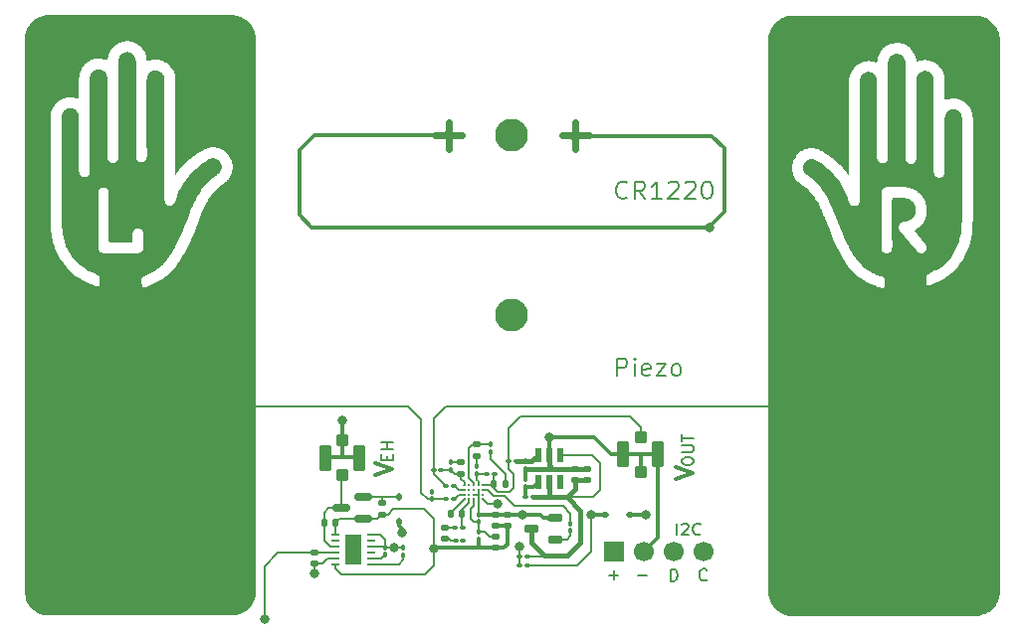
<source format=gbr>
%TF.GenerationSoftware,KiCad,Pcbnew,9.0.7*%
%TF.CreationDate,2026-02-11T21:28:42+01:00*%
%TF.ProjectId,ECG_Business_Card_v3,4543475f-4275-4736-996e-6573735f4361,rev?*%
%TF.SameCoordinates,Original*%
%TF.FileFunction,Copper,L1,Top*%
%TF.FilePolarity,Positive*%
%FSLAX46Y46*%
G04 Gerber Fmt 4.6, Leading zero omitted, Abs format (unit mm)*
G04 Created by KiCad (PCBNEW 9.0.7) date 2026-02-11 21:28:42*
%MOMM*%
%LPD*%
G01*
G04 APERTURE LIST*
G04 Aperture macros list*
%AMRoundRect*
0 Rectangle with rounded corners*
0 $1 Rounding radius*
0 $2 $3 $4 $5 $6 $7 $8 $9 X,Y pos of 4 corners*
0 Add a 4 corners polygon primitive as box body*
4,1,4,$2,$3,$4,$5,$6,$7,$8,$9,$2,$3,0*
0 Add four circle primitives for the rounded corners*
1,1,$1+$1,$2,$3*
1,1,$1+$1,$4,$5*
1,1,$1+$1,$6,$7*
1,1,$1+$1,$8,$9*
0 Add four rect primitives between the rounded corners*
20,1,$1+$1,$2,$3,$4,$5,0*
20,1,$1+$1,$4,$5,$6,$7,0*
20,1,$1+$1,$6,$7,$8,$9,0*
20,1,$1+$1,$8,$9,$2,$3,0*%
%AMFreePoly0*
4,1,41,0.326814,1.361318,0.535747,1.293431,0.731488,1.193696,0.909217,1.064568,1.064558,0.909227,1.193686,0.731498,1.293421,0.535757,1.361308,0.326824,1.395674,0.109843,1.395674,-0.109843,1.361308,-0.326824,1.293421,-0.535757,1.193686,-0.731498,1.064558,-0.909227,0.909217,-1.064568,0.731488,-1.193696,0.535747,-1.293431,0.326814,-1.361318,0.109833,-1.395684,-0.109853,-1.395684,
-0.326834,-1.361318,-0.535767,-1.293431,-0.731508,-1.193696,-0.909237,-1.064568,-1.064578,-0.909227,-1.193706,-0.731498,-1.293441,-0.535757,-1.361328,-0.326824,-1.395694,-0.109843,-1.395694,0.109843,-1.361328,0.326824,-1.293441,0.535757,-1.193706,0.731498,-1.064578,0.909227,-0.909237,1.064568,-0.731508,1.193696,-0.535767,1.293431,-0.326834,1.361318,-0.109853,1.395684,0.109833,1.395684,
0.326814,1.361318,0.326814,1.361318,$1*%
%AMFreePoly1*
4,1,41,0.326825,1.361318,0.535758,1.293431,0.731499,1.193696,0.909228,1.064568,1.064569,0.909227,1.193697,0.731498,1.293432,0.535757,1.361319,0.326824,1.395685,0.109843,1.395685,-0.109843,1.361319,-0.326824,1.293432,-0.535757,1.193697,-0.731498,1.064569,-0.909227,0.909228,-1.064568,0.731499,-1.193696,0.535758,-1.293431,0.326825,-1.361318,0.109844,-1.395684,-0.109842,-1.395684,
-0.326823,-1.361318,-0.535756,-1.293431,-0.731497,-1.193696,-0.909226,-1.064568,-1.064567,-0.909227,-1.193695,-0.731498,-1.293430,-0.535757,-1.361317,-0.326824,-1.395683,-0.109843,-1.395683,0.109843,-1.361317,0.326824,-1.293430,0.535757,-1.193695,0.731498,-1.064567,0.909227,-0.909226,1.064568,-0.731497,1.193696,-0.535756,1.293431,-0.326823,1.361318,-0.109842,1.395684,0.109844,1.395684,
0.326825,1.361318,0.326825,1.361318,$1*%
G04 Aperture macros list end*
%TA.AperFunction,Conductor*%
%ADD10C,0.000000*%
%TD*%
%ADD11C,0.200000*%
%TA.AperFunction,NonConductor*%
%ADD12C,0.200000*%
%TD*%
%ADD13C,0.300000*%
%TA.AperFunction,NonConductor*%
%ADD14C,0.300000*%
%TD*%
%ADD15C,0.600000*%
%TA.AperFunction,NonConductor*%
%ADD16C,0.600000*%
%TD*%
%TA.AperFunction,SMDPad,CuDef*%
%ADD17RoundRect,0.140000X0.170000X-0.140000X0.170000X0.140000X-0.170000X0.140000X-0.170000X-0.140000X0*%
%TD*%
%TA.AperFunction,SMDPad,CuDef*%
%ADD18RoundRect,0.150000X0.587500X0.150000X-0.587500X0.150000X-0.587500X-0.150000X0.587500X-0.150000X0*%
%TD*%
%TA.AperFunction,SMDPad,CuDef*%
%ADD19RoundRect,0.100000X0.100000X-0.130000X0.100000X0.130000X-0.100000X0.130000X-0.100000X-0.130000X0*%
%TD*%
%TA.AperFunction,SMDPad,CuDef*%
%ADD20RoundRect,0.100000X-0.130000X-0.100000X0.130000X-0.100000X0.130000X0.100000X-0.130000X0.100000X0*%
%TD*%
%TA.AperFunction,SMDPad,CuDef*%
%ADD21RoundRect,0.076250X0.513750X0.228750X-0.513750X0.228750X-0.513750X-0.228750X0.513750X-0.228750X0*%
%TD*%
%TA.AperFunction,SMDPad,CuDef*%
%ADD22FreePoly0,0.000000*%
%TD*%
%TA.AperFunction,SMDPad,CuDef*%
%ADD23RoundRect,0.100000X0.130000X0.100000X-0.130000X0.100000X-0.130000X-0.100000X0.130000X-0.100000X0*%
%TD*%
%TA.AperFunction,ComponentPad*%
%ADD24R,1.700000X1.700000*%
%TD*%
%TA.AperFunction,ComponentPad*%
%ADD25C,1.700000*%
%TD*%
%TA.AperFunction,SMDPad,CuDef*%
%ADD26RoundRect,0.112500X-0.187500X-0.112500X0.187500X-0.112500X0.187500X0.112500X-0.187500X0.112500X0*%
%TD*%
%TA.AperFunction,SMDPad,CuDef*%
%ADD27RoundRect,0.100000X-0.100000X0.130000X-0.100000X-0.130000X0.100000X-0.130000X0.100000X0.130000X0*%
%TD*%
%TA.AperFunction,SMDPad,CuDef*%
%ADD28RoundRect,0.140000X-0.140000X-0.170000X0.140000X-0.170000X0.140000X0.170000X-0.140000X0.170000X0*%
%TD*%
%TA.AperFunction,SMDPad,CuDef*%
%ADD29FreePoly1,0.000000*%
%TD*%
%TA.AperFunction,SMDPad,CuDef*%
%ADD30RoundRect,0.062500X-0.300000X-0.062500X0.300000X-0.062500X0.300000X0.062500X-0.300000X0.062500X0*%
%TD*%
%TA.AperFunction,HeatsinkPad*%
%ADD31R,1.400000X2.550000*%
%TD*%
%TA.AperFunction,SMDPad,CuDef*%
%ADD32RoundRect,0.130000X0.000010X0.000010X-0.000010X0.000010X-0.000010X-0.000010X0.000010X-0.000010X0*%
%TD*%
%TA.AperFunction,SMDPad,CuDef*%
%ADD33RoundRect,0.100000X0.400000X0.400000X-0.400000X0.400000X-0.400000X-0.400000X0.400000X-0.400000X0*%
%TD*%
%TA.AperFunction,SMDPad,CuDef*%
%ADD34RoundRect,0.105000X0.420000X0.995000X-0.420000X0.995000X-0.420000X-0.995000X0.420000X-0.995000X0*%
%TD*%
%TA.AperFunction,SMDPad,CuDef*%
%ADD35RoundRect,0.112500X0.112500X-0.187500X0.112500X0.187500X-0.112500X0.187500X-0.112500X-0.187500X0*%
%TD*%
%TA.AperFunction,SMDPad,CuDef*%
%ADD36RoundRect,0.140000X-0.170000X0.140000X-0.170000X-0.140000X0.170000X-0.140000X0.170000X0.140000X0*%
%TD*%
%TA.AperFunction,SMDPad,CuDef*%
%ADD37R,0.508000X1.219200*%
%TD*%
%TA.AperFunction,SMDPad,CuDef*%
%ADD38RoundRect,0.100000X-0.400000X-0.400000X0.400000X-0.400000X0.400000X0.400000X-0.400000X0.400000X0*%
%TD*%
%TA.AperFunction,SMDPad,CuDef*%
%ADD39RoundRect,0.105000X-0.420000X-0.995000X0.420000X-0.995000X0.420000X0.995000X-0.420000X0.995000X0*%
%TD*%
%TA.AperFunction,SMDPad,CuDef*%
%ADD40RoundRect,0.140000X0.140000X0.170000X-0.140000X0.170000X-0.140000X-0.170000X0.140000X-0.170000X0*%
%TD*%
%TA.AperFunction,ViaPad*%
%ADD41C,0.800000*%
%TD*%
%TA.AperFunction,ViaPad*%
%ADD42C,0.250000*%
%TD*%
%TA.AperFunction,Conductor*%
%ADD43C,0.400000*%
%TD*%
%TA.AperFunction,Conductor*%
%ADD44C,0.350000*%
%TD*%
%TA.AperFunction,Conductor*%
%ADD45C,0.130000*%
%TD*%
%TA.AperFunction,Conductor*%
%ADD46C,0.200000*%
%TD*%
%TA.AperFunction,Conductor*%
%ADD47C,0.150000*%
%TD*%
%TA.AperFunction,Conductor*%
%ADD48C,0.300000*%
%TD*%
G04 APERTURE END LIST*
D10*
%TA.AperFunction,Conductor*%
%TO.N,/RH*%
G36*
X180564449Y-107627052D02*
G01*
X180560184Y-107699366D01*
X180553750Y-107770633D01*
X180545153Y-107840870D01*
X180534398Y-107910092D01*
X180521492Y-107978318D01*
X180506439Y-108045563D01*
X180489246Y-108111844D01*
X180469918Y-108177178D01*
X180448460Y-108241581D01*
X180424879Y-108305071D01*
X180399179Y-108367664D01*
X180371367Y-108429376D01*
X180341449Y-108490224D01*
X180309428Y-108550225D01*
X180275312Y-108609396D01*
X180239107Y-108667753D01*
X180201447Y-108724931D01*
X180162547Y-108781078D01*
X180122352Y-108836089D01*
X180080806Y-108889859D01*
X180037853Y-108942281D01*
X179993438Y-108993252D01*
X179947506Y-109042666D01*
X179900000Y-109090417D01*
X179850866Y-109136400D01*
X179800048Y-109180511D01*
X179747491Y-109222642D01*
X179693138Y-109262691D01*
X179636934Y-109300550D01*
X179578824Y-109336115D01*
X179518753Y-109369281D01*
X179456664Y-109399942D01*
X179369894Y-109438359D01*
X179281814Y-109473961D01*
X179192712Y-109507369D01*
X179102879Y-109539206D01*
X178922176Y-109600650D01*
X178831885Y-109631501D01*
X178742019Y-109663268D01*
X162665433Y-109652574D01*
X162596588Y-109641331D01*
X162529057Y-109627972D01*
X162462801Y-109612538D01*
X162397779Y-109595070D01*
X162333952Y-109575609D01*
X162271281Y-109554193D01*
X162209726Y-109530865D01*
X162149247Y-109505664D01*
X162089806Y-109478631D01*
X162031361Y-109449806D01*
X161973875Y-109419230D01*
X161917307Y-109386944D01*
X161861618Y-109352987D01*
X161806768Y-109317400D01*
X161752718Y-109280224D01*
X161699428Y-109241498D01*
X161645179Y-109199775D01*
X161592500Y-109156692D01*
X161541437Y-109112235D01*
X161492036Y-109066386D01*
X161444343Y-109019129D01*
X161398405Y-108970449D01*
X161354266Y-108920329D01*
X161311975Y-108868752D01*
X161271576Y-108815703D01*
X161233116Y-108761165D01*
X161196640Y-108705122D01*
X161162196Y-108647557D01*
X161129828Y-108588455D01*
X161099584Y-108527799D01*
X161071509Y-108465573D01*
X161045649Y-108401761D01*
X161018365Y-108327907D01*
X160992589Y-108253476D01*
X160967986Y-108178595D01*
X160944223Y-108103393D01*
X160850895Y-107801924D01*
X160859180Y-71484815D01*
X162888718Y-71484815D01*
X162892890Y-71611706D01*
X162906351Y-71736541D01*
X162928979Y-71858863D01*
X162960650Y-71978216D01*
X163001241Y-72094146D01*
X163050629Y-72206197D01*
X163108692Y-72313913D01*
X163175305Y-72416838D01*
X163250345Y-72514518D01*
X163333690Y-72606497D01*
X163425216Y-72692318D01*
X163524801Y-72771528D01*
X163632320Y-72843669D01*
X163740954Y-72913020D01*
X163846075Y-72985406D01*
X163947754Y-73060787D01*
X164046062Y-73139123D01*
X164141070Y-73220375D01*
X164232850Y-73304504D01*
X164321472Y-73391471D01*
X164407007Y-73481236D01*
X164489527Y-73573759D01*
X164569103Y-73669002D01*
X164645806Y-73766925D01*
X164719707Y-73867488D01*
X164790877Y-73970653D01*
X164859388Y-74076380D01*
X164925310Y-74184630D01*
X164988715Y-74295363D01*
X165135959Y-74572486D01*
X165273595Y-74853781D01*
X165403251Y-75138539D01*
X165526557Y-75426052D01*
X165645141Y-75715612D01*
X165760632Y-76006512D01*
X165988852Y-76589498D01*
X166253717Y-77251422D01*
X166390900Y-77580155D01*
X166533307Y-77906460D01*
X166682481Y-78229629D01*
X166839965Y-78548955D01*
X167007302Y-78863729D01*
X167186035Y-79173245D01*
X167332439Y-79405237D01*
X167486157Y-79627692D01*
X167647272Y-79840508D01*
X167815864Y-80043583D01*
X167992014Y-80236816D01*
X168175802Y-80420104D01*
X168367310Y-80593344D01*
X168566618Y-80756437D01*
X168773807Y-80909278D01*
X168988958Y-81051767D01*
X169212152Y-81183801D01*
X169443470Y-81305279D01*
X169682992Y-81416098D01*
X169930799Y-81516156D01*
X170186972Y-81605352D01*
X170451592Y-81683584D01*
X170494703Y-81694506D01*
X170533850Y-81702758D01*
X170569211Y-81708199D01*
X170585525Y-81709823D01*
X170600959Y-81710692D01*
X170615533Y-81710788D01*
X170629271Y-81710095D01*
X170642193Y-81708595D01*
X170654321Y-81706271D01*
X170665679Y-81703105D01*
X170676286Y-81699079D01*
X170686167Y-81694177D01*
X170695341Y-81688380D01*
X170703832Y-81681672D01*
X170711662Y-81674036D01*
X170718851Y-81665452D01*
X170725423Y-81655905D01*
X170731399Y-81645376D01*
X170736800Y-81633849D01*
X170741650Y-81621306D01*
X170745970Y-81607729D01*
X170749781Y-81593102D01*
X170753107Y-81577406D01*
X170758386Y-81542739D01*
X170761984Y-81503589D01*
X170764075Y-81459818D01*
X170766348Y-81369613D01*
X170767784Y-81279380D01*
X170768498Y-81189134D01*
X170768608Y-81098893D01*
X170767550Y-81060268D01*
X170764473Y-81023872D01*
X170759317Y-80989652D01*
X170752026Y-80957559D01*
X170747561Y-80942293D01*
X170742541Y-80927540D01*
X170736957Y-80913292D01*
X170730803Y-80899544D01*
X170724072Y-80886288D01*
X170716756Y-80873519D01*
X170708848Y-80861231D01*
X170700341Y-80849415D01*
X170691227Y-80838068D01*
X170681499Y-80827180D01*
X170671151Y-80816748D01*
X170660174Y-80806763D01*
X170648561Y-80797220D01*
X170636306Y-80788112D01*
X170623400Y-80779432D01*
X170609838Y-80771175D01*
X170595610Y-80763334D01*
X170580711Y-80755902D01*
X170548868Y-80742241D01*
X170514251Y-80730141D01*
X170476801Y-80719550D01*
X170347332Y-80683973D01*
X170220778Y-80643676D01*
X170097065Y-80598771D01*
X169976120Y-80549368D01*
X169857869Y-80495579D01*
X169742239Y-80437512D01*
X169629156Y-80375280D01*
X169518547Y-80308992D01*
X169410339Y-80238760D01*
X169304457Y-80164693D01*
X169200829Y-80086903D01*
X169099381Y-80005500D01*
X169000039Y-79920594D01*
X168902731Y-79832297D01*
X168807382Y-79740718D01*
X168713919Y-79645969D01*
X168608576Y-79533216D01*
X168506882Y-79418102D01*
X168408737Y-79300703D01*
X168314040Y-79181093D01*
X168222691Y-79059346D01*
X168134590Y-78935537D01*
X168049635Y-78809741D01*
X167967727Y-78682032D01*
X167888765Y-78552485D01*
X167812648Y-78421175D01*
X167739276Y-78288175D01*
X167668549Y-78153561D01*
X167600365Y-78017407D01*
X167534625Y-77879788D01*
X167410074Y-77600453D01*
X167297235Y-77325475D01*
X170463760Y-77325475D01*
X170465194Y-77571860D01*
X170468613Y-77818245D01*
X170476671Y-78311020D01*
X170478224Y-78346362D01*
X170481918Y-78380349D01*
X170487730Y-78412976D01*
X170495635Y-78444241D01*
X170505611Y-78474139D01*
X170517633Y-78502667D01*
X170531679Y-78529823D01*
X170547726Y-78555601D01*
X170565749Y-78580000D01*
X170585725Y-78603015D01*
X170607631Y-78624644D01*
X170631444Y-78644882D01*
X170657139Y-78663726D01*
X170684695Y-78681173D01*
X170714086Y-78697219D01*
X170745290Y-78711861D01*
X170777501Y-78724655D01*
X170809475Y-78734983D01*
X170841194Y-78742864D01*
X170872643Y-78748318D01*
X170903804Y-78751366D01*
X170934662Y-78752027D01*
X170965199Y-78750322D01*
X170995399Y-78746270D01*
X171025246Y-78739893D01*
X171054722Y-78731209D01*
X171083812Y-78720239D01*
X171112499Y-78707003D01*
X171140765Y-78691521D01*
X171168596Y-78673813D01*
X171195973Y-78653900D01*
X171222880Y-78631800D01*
X171235851Y-78620116D01*
X171248183Y-78608186D01*
X171259891Y-78596016D01*
X171270990Y-78583612D01*
X171281495Y-78570980D01*
X171291419Y-78558126D01*
X171309588Y-78531779D01*
X171325613Y-78504618D01*
X171339612Y-78476694D01*
X171351702Y-78448055D01*
X171362000Y-78418750D01*
X171370625Y-78388828D01*
X171377693Y-78358339D01*
X171383322Y-78327332D01*
X171387628Y-78295855D01*
X171390730Y-78263958D01*
X171392745Y-78231691D01*
X171393789Y-78199101D01*
X171393981Y-78166238D01*
X171385176Y-77152876D01*
X171380438Y-74389051D01*
X171380701Y-74340463D01*
X171381822Y-74291850D01*
X171382805Y-74267564D01*
X171384123Y-74243307D01*
X171385817Y-74219090D01*
X171387927Y-74194925D01*
X171390132Y-74177428D01*
X171393290Y-74160898D01*
X171397423Y-74145359D01*
X171399861Y-74137968D01*
X171402552Y-74130834D01*
X171405496Y-74123960D01*
X171408698Y-74117348D01*
X171412160Y-74111001D01*
X171415885Y-74104923D01*
X171419874Y-74099116D01*
X171424132Y-74093583D01*
X171428661Y-74088328D01*
X171433463Y-74083353D01*
X171438541Y-74078660D01*
X171443897Y-74074254D01*
X171449536Y-74070137D01*
X171455458Y-74066311D01*
X171461668Y-74062781D01*
X171468167Y-74059548D01*
X171474959Y-74056616D01*
X171482046Y-74053988D01*
X171489430Y-74051666D01*
X171497115Y-74049654D01*
X171505103Y-74047955D01*
X171513397Y-74046570D01*
X171522000Y-74045505D01*
X171530914Y-74044760D01*
X171540141Y-74044340D01*
X171549686Y-74044248D01*
X171668939Y-74044148D01*
X171788304Y-74042658D01*
X172027073Y-74038982D01*
X172146326Y-74038533D01*
X172265390Y-74040167D01*
X172384189Y-74044753D01*
X172502650Y-74053159D01*
X172560970Y-74060085D01*
X172617981Y-74070213D01*
X172673615Y-74083437D01*
X172727802Y-74099648D01*
X172780475Y-74118737D01*
X172831563Y-74140595D01*
X172880999Y-74165116D01*
X172928714Y-74192190D01*
X172974639Y-74221710D01*
X173018705Y-74253567D01*
X173060843Y-74287652D01*
X173100986Y-74323858D01*
X173139063Y-74362076D01*
X173175006Y-74402198D01*
X173208747Y-74444116D01*
X173240217Y-74487721D01*
X173269347Y-74532906D01*
X173296067Y-74579561D01*
X173320311Y-74627579D01*
X173342008Y-74676852D01*
X173361090Y-74727270D01*
X173377488Y-74778726D01*
X173391134Y-74831112D01*
X173401958Y-74884320D01*
X173409893Y-74938240D01*
X173414868Y-74992765D01*
X173416817Y-75047787D01*
X173415669Y-75103196D01*
X173411355Y-75158886D01*
X173403809Y-75214748D01*
X173392959Y-75270673D01*
X173378739Y-75326553D01*
X173366832Y-75365432D01*
X173353547Y-75403486D01*
X173338907Y-75440698D01*
X173322936Y-75477050D01*
X173305655Y-75512523D01*
X173287089Y-75547099D01*
X173267260Y-75580760D01*
X173246191Y-75613489D01*
X173223905Y-75645267D01*
X173200426Y-75676076D01*
X173175775Y-75705898D01*
X173149977Y-75734716D01*
X173123053Y-75762510D01*
X173095028Y-75789264D01*
X173065924Y-75814958D01*
X173035764Y-75839575D01*
X173004572Y-75863097D01*
X172972369Y-75885506D01*
X172939180Y-75906784D01*
X172905026Y-75926912D01*
X172869932Y-75945874D01*
X172833920Y-75963649D01*
X172797013Y-75980222D01*
X172759234Y-75995573D01*
X172720606Y-76009684D01*
X172681152Y-76022538D01*
X172640896Y-76034116D01*
X172599859Y-76044401D01*
X172558066Y-76053374D01*
X172515539Y-76061017D01*
X172472301Y-76067313D01*
X172428375Y-76072243D01*
X172379775Y-76078252D01*
X172333585Y-76086732D01*
X172289823Y-76097672D01*
X172248506Y-76111061D01*
X172209653Y-76126887D01*
X172173281Y-76145142D01*
X172139410Y-76165812D01*
X172108056Y-76188889D01*
X172093329Y-76201325D01*
X172079239Y-76214360D01*
X172065786Y-76227990D01*
X172052975Y-76242215D01*
X172040807Y-76257033D01*
X172029284Y-76272443D01*
X172018408Y-76288443D01*
X172008182Y-76305033D01*
X171989689Y-76339975D01*
X171973822Y-76377258D01*
X171960600Y-76416871D01*
X171950040Y-76458802D01*
X171946935Y-76474809D01*
X171944505Y-76490601D01*
X171942734Y-76506183D01*
X171941603Y-76521560D01*
X171941190Y-76551718D01*
X171943124Y-76581113D01*
X171947262Y-76609783D01*
X171953460Y-76637765D01*
X171961576Y-76665098D01*
X171971466Y-76691819D01*
X171982989Y-76717966D01*
X171996000Y-76743578D01*
X172010356Y-76768692D01*
X172025916Y-76793347D01*
X172042535Y-76817579D01*
X172060071Y-76841427D01*
X172078380Y-76864929D01*
X172097321Y-76888124D01*
X172485871Y-77350221D01*
X172875881Y-77811103D01*
X173187356Y-78183772D01*
X173343954Y-78369341D01*
X173423100Y-78461376D01*
X173503052Y-78552698D01*
X173522088Y-78573390D01*
X173541539Y-78592914D01*
X173561378Y-78611269D01*
X173581575Y-78628454D01*
X173602104Y-78644470D01*
X173622936Y-78659316D01*
X173644044Y-78672992D01*
X173665399Y-78685497D01*
X173686975Y-78696831D01*
X173708742Y-78706993D01*
X173730674Y-78715984D01*
X173752742Y-78723802D01*
X173774918Y-78730448D01*
X173797175Y-78735921D01*
X173819485Y-78740221D01*
X173841819Y-78743346D01*
X173864151Y-78745298D01*
X173886451Y-78746076D01*
X173908693Y-78745678D01*
X173930849Y-78744106D01*
X173952889Y-78741358D01*
X173974788Y-78737434D01*
X173996516Y-78732334D01*
X174018046Y-78726057D01*
X174039351Y-78718604D01*
X174060401Y-78709973D01*
X174081170Y-78700164D01*
X174101630Y-78689177D01*
X174121752Y-78677012D01*
X174141508Y-78663667D01*
X174160872Y-78649144D01*
X174179815Y-78633441D01*
X174199542Y-78615620D01*
X174218072Y-78597535D01*
X174235405Y-78579191D01*
X174251540Y-78560594D01*
X174266474Y-78541749D01*
X174280208Y-78522661D01*
X174292739Y-78503336D01*
X174304067Y-78483780D01*
X174314190Y-78463998D01*
X174323107Y-78443995D01*
X174330817Y-78423778D01*
X174337319Y-78403351D01*
X174342611Y-78382720D01*
X174346693Y-78361891D01*
X174349562Y-78340869D01*
X174351218Y-78319659D01*
X174351660Y-78298268D01*
X174350886Y-78276700D01*
X174348895Y-78254962D01*
X174345686Y-78233058D01*
X174341257Y-78210994D01*
X174335608Y-78188776D01*
X174328738Y-78166409D01*
X174320644Y-78143899D01*
X174311326Y-78121251D01*
X174300783Y-78098470D01*
X174289013Y-78075563D01*
X174276015Y-78052534D01*
X174261788Y-78029390D01*
X174246331Y-78006135D01*
X174229643Y-77982776D01*
X174211721Y-77959317D01*
X174171704Y-77909161D01*
X174131188Y-77859397D01*
X174049091Y-77760709D01*
X173883647Y-77564324D01*
X173267263Y-76826648D01*
X173330614Y-76778156D01*
X173393393Y-76731109D01*
X173516466Y-76639325D01*
X173576375Y-76593578D01*
X173634940Y-76547256D01*
X173691971Y-76499852D01*
X173747273Y-76450862D01*
X173822579Y-76377496D01*
X173892787Y-76300612D01*
X173957905Y-76220453D01*
X174017939Y-76137262D01*
X174072898Y-76051281D01*
X174122790Y-75962754D01*
X174167621Y-75871923D01*
X174207399Y-75779032D01*
X174242132Y-75684323D01*
X174271827Y-75588040D01*
X174296492Y-75490424D01*
X174316135Y-75391721D01*
X174330762Y-75292171D01*
X174340382Y-75192019D01*
X174345001Y-75091506D01*
X174344628Y-74990877D01*
X174339270Y-74890374D01*
X174328934Y-74790239D01*
X174313629Y-74690717D01*
X174293361Y-74592050D01*
X174268138Y-74494480D01*
X174237967Y-74398251D01*
X174202857Y-74303606D01*
X174162815Y-74210787D01*
X174117848Y-74120039D01*
X174067963Y-74031602D01*
X174013169Y-73945721D01*
X173953473Y-73862639D01*
X173888882Y-73782598D01*
X173819403Y-73705842D01*
X173745046Y-73632612D01*
X173665816Y-73563153D01*
X173591468Y-73504923D01*
X173515382Y-73451534D01*
X173437591Y-73402786D01*
X173358131Y-73358475D01*
X173277035Y-73318401D01*
X173194338Y-73282361D01*
X173110075Y-73250153D01*
X173024280Y-73221576D01*
X172936987Y-73196427D01*
X172848231Y-73174505D01*
X172758046Y-73155607D01*
X172666467Y-73139532D01*
X172573529Y-73126078D01*
X172479265Y-73115043D01*
X172383710Y-73106224D01*
X172286899Y-73099421D01*
X171635238Y-73105461D01*
X171309464Y-73110051D01*
X170983834Y-73118733D01*
X170918580Y-73122647D01*
X170858559Y-73129684D01*
X170830455Y-73134416D01*
X170803592Y-73139980D01*
X170777949Y-73146392D01*
X170753502Y-73153669D01*
X170730230Y-73161829D01*
X170708111Y-73170889D01*
X170687122Y-73180864D01*
X170667241Y-73191773D01*
X170648446Y-73203631D01*
X170630715Y-73216457D01*
X170614025Y-73230266D01*
X170598354Y-73245077D01*
X170583680Y-73260905D01*
X170569980Y-73277768D01*
X170557234Y-73295683D01*
X170545417Y-73314666D01*
X170534509Y-73334734D01*
X170524486Y-73355905D01*
X170515327Y-73378195D01*
X170507010Y-73401622D01*
X170499511Y-73426202D01*
X170492810Y-73451951D01*
X170481708Y-73507029D01*
X170473528Y-73566990D01*
X170468091Y-73631970D01*
X170467425Y-73645820D01*
X170467069Y-73659690D01*
X170466955Y-73673574D01*
X170467014Y-73687469D01*
X170467591Y-73743071D01*
X170463760Y-77325475D01*
X167297235Y-77325475D01*
X166307191Y-74912843D01*
X166122169Y-74492214D01*
X166024241Y-74286007D01*
X165921922Y-74083112D01*
X165814628Y-73883959D01*
X165701774Y-73688979D01*
X165582776Y-73498602D01*
X165457048Y-73313259D01*
X165324008Y-73133378D01*
X165183069Y-72959392D01*
X165033648Y-72791729D01*
X164875160Y-72630820D01*
X164707021Y-72477096D01*
X164528645Y-72330987D01*
X164339449Y-72192923D01*
X164138848Y-72063334D01*
X164109814Y-72044800D01*
X164082129Y-72025258D01*
X164055789Y-72004753D01*
X164030793Y-71983331D01*
X164007136Y-71961038D01*
X163984815Y-71937920D01*
X163963828Y-71914023D01*
X163944170Y-71889392D01*
X163925839Y-71864074D01*
X163908831Y-71838114D01*
X163893144Y-71811559D01*
X163878773Y-71784453D01*
X163865716Y-71756844D01*
X163853969Y-71728777D01*
X163843530Y-71700298D01*
X163834394Y-71671453D01*
X163826559Y-71642287D01*
X163820021Y-71612847D01*
X163814778Y-71583178D01*
X163810825Y-71553327D01*
X163808160Y-71523339D01*
X163806780Y-71493260D01*
X163806681Y-71463136D01*
X163807859Y-71433013D01*
X163810313Y-71402936D01*
X163814038Y-71372953D01*
X163819031Y-71343108D01*
X163825289Y-71313447D01*
X163832809Y-71284017D01*
X163841587Y-71254863D01*
X163851621Y-71226031D01*
X163862906Y-71197568D01*
X163881380Y-71156547D01*
X163901446Y-71117311D01*
X163923050Y-71079881D01*
X163946138Y-71044277D01*
X163970656Y-71010519D01*
X163996549Y-70978625D01*
X164023763Y-70948617D01*
X164052244Y-70920514D01*
X164081939Y-70894336D01*
X164112793Y-70870102D01*
X164144751Y-70847834D01*
X164177760Y-70827549D01*
X164211765Y-70809270D01*
X164246713Y-70793015D01*
X164282549Y-70778804D01*
X164319219Y-70766657D01*
X164356669Y-70756594D01*
X164394845Y-70748635D01*
X164433692Y-70742800D01*
X164473157Y-70739108D01*
X164513185Y-70737580D01*
X164553722Y-70738236D01*
X164594714Y-70741094D01*
X164636108Y-70746176D01*
X164677847Y-70753501D01*
X164719880Y-70763089D01*
X164762151Y-70774959D01*
X164804606Y-70789133D01*
X164847192Y-70805629D01*
X164889853Y-70824467D01*
X164932536Y-70845668D01*
X164975187Y-70869250D01*
X165142773Y-70969791D01*
X165306477Y-71074347D01*
X165466214Y-71182998D01*
X165621899Y-71295824D01*
X165773444Y-71412904D01*
X165920765Y-71534320D01*
X166063776Y-71660149D01*
X166202390Y-71790473D01*
X166336522Y-71925371D01*
X166466086Y-72064923D01*
X166590996Y-72209209D01*
X166711166Y-72358308D01*
X166826510Y-72512301D01*
X166936943Y-72671267D01*
X167042378Y-72835286D01*
X167142730Y-73004437D01*
X167231360Y-73165534D01*
X167315062Y-73328703D01*
X167393928Y-73493920D01*
X167468046Y-73661162D01*
X167537507Y-73830405D01*
X167602401Y-74001627D01*
X167662818Y-74174803D01*
X167718848Y-74349910D01*
X167733681Y-74393786D01*
X167750605Y-74435456D01*
X167769514Y-74474849D01*
X167790305Y-74511892D01*
X167812872Y-74546514D01*
X167837111Y-74578642D01*
X167862919Y-74608205D01*
X167890189Y-74635130D01*
X167918819Y-74659345D01*
X167948703Y-74680780D01*
X167979737Y-74699360D01*
X168011817Y-74715016D01*
X168028216Y-74721724D01*
X168044837Y-74727674D01*
X168061668Y-74732857D01*
X168078695Y-74737263D01*
X168095904Y-74740884D01*
X168113284Y-74743710D01*
X168130821Y-74745734D01*
X168148501Y-74746945D01*
X168175279Y-74747491D01*
X168201587Y-74746705D01*
X168227400Y-74744607D01*
X168252696Y-74741218D01*
X168277448Y-74736559D01*
X168301633Y-74730651D01*
X168325226Y-74723515D01*
X168348203Y-74715172D01*
X168370539Y-74705644D01*
X168392211Y-74694950D01*
X168413193Y-74683112D01*
X168433462Y-74670151D01*
X168452992Y-74656088D01*
X168471761Y-74640944D01*
X168489742Y-74624740D01*
X168506912Y-74607497D01*
X168523246Y-74589236D01*
X168538721Y-74569978D01*
X168553310Y-74549743D01*
X168566992Y-74528554D01*
X168579739Y-74506431D01*
X168591530Y-74483394D01*
X168602338Y-74459465D01*
X168612140Y-74434666D01*
X168620911Y-74409016D01*
X168628627Y-74382537D01*
X168635263Y-74355249D01*
X168640796Y-74327175D01*
X168645200Y-74298334D01*
X168648451Y-74268749D01*
X168650525Y-74238439D01*
X168651398Y-74207426D01*
X168656771Y-73034676D01*
X168657334Y-71861893D01*
X168658130Y-64042270D01*
X168659034Y-64001896D01*
X168661686Y-63962356D01*
X168666052Y-63923678D01*
X168672100Y-63885888D01*
X168679794Y-63849013D01*
X168689102Y-63813081D01*
X168699990Y-63778119D01*
X168712424Y-63744154D01*
X168726370Y-63711213D01*
X168741795Y-63679324D01*
X168758666Y-63648513D01*
X168776948Y-63618808D01*
X168796608Y-63590236D01*
X168817612Y-63562824D01*
X168839927Y-63536600D01*
X168863518Y-63511590D01*
X168888353Y-63487822D01*
X168914398Y-63465322D01*
X168941619Y-63444119D01*
X168969982Y-63424239D01*
X168999454Y-63405709D01*
X169030000Y-63388557D01*
X169061588Y-63372810D01*
X169094184Y-63358494D01*
X169127754Y-63345638D01*
X169162264Y-63334268D01*
X169197681Y-63324411D01*
X169233972Y-63316096D01*
X169271101Y-63309347D01*
X169309037Y-63304194D01*
X169347744Y-63300663D01*
X169387190Y-63298782D01*
X169421613Y-63299023D01*
X169455938Y-63301511D01*
X169490100Y-63306172D01*
X169524032Y-63312931D01*
X169557670Y-63321715D01*
X169590947Y-63332449D01*
X169623797Y-63345060D01*
X169656155Y-63359473D01*
X169687954Y-63375614D01*
X169719130Y-63393410D01*
X169749616Y-63412786D01*
X169779346Y-63433668D01*
X169808255Y-63455982D01*
X169836276Y-63479654D01*
X169863345Y-63504610D01*
X169889395Y-63530776D01*
X169914360Y-63558079D01*
X169938175Y-63586442D01*
X169960774Y-63615794D01*
X169982091Y-63646060D01*
X170002060Y-63677165D01*
X170020616Y-63709036D01*
X170037692Y-63741598D01*
X170053223Y-63774779D01*
X170067143Y-63808502D01*
X170079386Y-63842695D01*
X170089887Y-63877284D01*
X170098579Y-63912194D01*
X170105398Y-63947351D01*
X170110276Y-63982681D01*
X170113148Y-64018111D01*
X170113949Y-64053565D01*
X170104415Y-67262093D01*
X170107380Y-70470707D01*
X170107666Y-70501812D01*
X170108539Y-70533013D01*
X170110065Y-70564245D01*
X170112313Y-70595447D01*
X170115353Y-70626553D01*
X170119252Y-70657503D01*
X170124079Y-70688231D01*
X170129903Y-70718675D01*
X170134823Y-70739996D01*
X170140543Y-70760877D01*
X170147042Y-70781300D01*
X170154298Y-70801250D01*
X170162290Y-70820709D01*
X170170995Y-70839662D01*
X170180393Y-70858092D01*
X170190462Y-70875982D01*
X170201179Y-70893316D01*
X170212524Y-70910077D01*
X170224474Y-70926250D01*
X170237009Y-70941817D01*
X170250106Y-70956763D01*
X170263743Y-70971070D01*
X170277900Y-70984722D01*
X170292554Y-70997703D01*
X170307684Y-71009997D01*
X170323268Y-71021586D01*
X170339285Y-71032455D01*
X170355712Y-71042586D01*
X170372529Y-71051964D01*
X170389713Y-71060572D01*
X170407243Y-71068394D01*
X170425098Y-71075413D01*
X170443255Y-71081612D01*
X170461693Y-71086975D01*
X170480390Y-71091486D01*
X170499326Y-71095129D01*
X170518477Y-71097886D01*
X170537822Y-71099741D01*
X170557341Y-71100678D01*
X170577010Y-71100681D01*
X170620655Y-71098061D01*
X170641873Y-71095589D01*
X170662673Y-71092348D01*
X170683043Y-71088344D01*
X170702969Y-71083583D01*
X170722442Y-71078070D01*
X170741448Y-71071810D01*
X170759975Y-71064809D01*
X170778012Y-71057071D01*
X170795546Y-71048603D01*
X170812566Y-71039409D01*
X170829059Y-71029496D01*
X170845014Y-71018867D01*
X170860418Y-71007529D01*
X170875260Y-70995487D01*
X170889527Y-70982746D01*
X170903207Y-70969312D01*
X170916290Y-70955190D01*
X170928761Y-70940385D01*
X170940610Y-70924903D01*
X170951825Y-70908748D01*
X170962393Y-70891927D01*
X170972303Y-70874445D01*
X170981542Y-70856306D01*
X170990098Y-70837517D01*
X170997960Y-70818082D01*
X171005116Y-70798007D01*
X171011553Y-70777298D01*
X171017260Y-70755959D01*
X171022224Y-70733996D01*
X171026433Y-70711414D01*
X171030207Y-70686842D01*
X171033362Y-70662155D01*
X171038028Y-70612484D01*
X171040843Y-70562491D01*
X171042223Y-70512268D01*
X171042581Y-70461906D01*
X171042331Y-70411498D01*
X171041663Y-70310906D01*
X171042208Y-65088255D01*
X171047625Y-62532741D01*
X171048619Y-62494891D01*
X171051182Y-62457571D01*
X171055280Y-62420820D01*
X171060880Y-62384674D01*
X171067947Y-62349170D01*
X171076448Y-62314346D01*
X171086350Y-62280239D01*
X171097618Y-62246885D01*
X171110219Y-62214321D01*
X171124120Y-62182585D01*
X171139285Y-62151714D01*
X171155682Y-62121744D01*
X171173278Y-62092714D01*
X171192037Y-62064659D01*
X171211927Y-62037617D01*
X171232913Y-62011625D01*
X171254963Y-61986719D01*
X171278042Y-61962938D01*
X171302116Y-61940318D01*
X171327152Y-61918896D01*
X171353117Y-61898710D01*
X171379975Y-61879795D01*
X171407695Y-61862190D01*
X171436241Y-61845931D01*
X171465580Y-61831056D01*
X171495679Y-61817601D01*
X171526504Y-61805603D01*
X171558020Y-61795100D01*
X171590195Y-61786129D01*
X171622995Y-61778726D01*
X171656385Y-61772929D01*
X171690332Y-61768774D01*
X171729529Y-61765728D01*
X171768024Y-61764254D01*
X171805800Y-61764342D01*
X171842837Y-61765976D01*
X171879117Y-61769146D01*
X171914621Y-61773838D01*
X171949330Y-61780038D01*
X171983226Y-61787735D01*
X172016290Y-61796915D01*
X172048504Y-61807566D01*
X172079849Y-61819674D01*
X172110305Y-61833227D01*
X172139856Y-61848212D01*
X172168481Y-61864616D01*
X172196162Y-61882427D01*
X172222881Y-61901631D01*
X172248619Y-61922215D01*
X172273357Y-61944167D01*
X172297077Y-61967475D01*
X172319760Y-61992124D01*
X172341387Y-62018102D01*
X172361939Y-62045397D01*
X172381399Y-62073995D01*
X172399747Y-62103884D01*
X172416964Y-62135051D01*
X172433033Y-62167483D01*
X172447934Y-62201166D01*
X172461648Y-62236089D01*
X172474158Y-62272239D01*
X172485444Y-62309602D01*
X172495488Y-62348166D01*
X172504271Y-62387918D01*
X172507313Y-62403943D01*
X172510001Y-62420059D01*
X172514403Y-62452526D01*
X172517652Y-62485246D01*
X172519920Y-62518146D01*
X172521384Y-62551154D01*
X172522217Y-62584197D01*
X172522687Y-62650097D01*
X172524245Y-70497963D01*
X172524541Y-70530832D01*
X172525417Y-70563756D01*
X172526898Y-70596699D01*
X172529008Y-70629623D01*
X172531769Y-70662490D01*
X172535206Y-70695264D01*
X172539343Y-70727906D01*
X172544202Y-70760380D01*
X172551497Y-70797415D01*
X172556015Y-70815285D01*
X172561106Y-70832719D01*
X172566762Y-70849711D01*
X172572977Y-70866256D01*
X172579744Y-70882349D01*
X172587057Y-70897987D01*
X172594908Y-70913165D01*
X172603292Y-70927877D01*
X172612202Y-70942120D01*
X172621631Y-70955888D01*
X172631572Y-70969177D01*
X172642019Y-70981982D01*
X172652965Y-70994299D01*
X172664404Y-71006123D01*
X172676329Y-71017450D01*
X172688734Y-71028274D01*
X172701611Y-71038591D01*
X172714954Y-71048397D01*
X172728757Y-71057687D01*
X172743012Y-71066456D01*
X172757714Y-71074699D01*
X172772856Y-71082412D01*
X172788430Y-71089591D01*
X172804431Y-71096230D01*
X172837686Y-71107872D01*
X172872566Y-71117301D01*
X172909020Y-71124480D01*
X172946314Y-71129318D01*
X172983090Y-71131659D01*
X173019226Y-71131508D01*
X173054603Y-71128869D01*
X173089100Y-71123746D01*
X173122597Y-71116143D01*
X173154975Y-71106065D01*
X173186112Y-71093515D01*
X173215889Y-71078499D01*
X173244185Y-71061021D01*
X173270881Y-71041085D01*
X173295855Y-71018694D01*
X173318988Y-70993855D01*
X173329826Y-70980517D01*
X173340159Y-70966569D01*
X173349972Y-70952011D01*
X173359249Y-70936843D01*
X173367976Y-70921067D01*
X173376137Y-70904681D01*
X173385163Y-70884839D01*
X173393722Y-70864577D01*
X173401798Y-70843935D01*
X173409375Y-70822955D01*
X173416439Y-70801680D01*
X173422974Y-70780152D01*
X173428964Y-70758411D01*
X173434395Y-70736501D01*
X173439249Y-70714462D01*
X173443513Y-70692337D01*
X173447170Y-70670167D01*
X173450205Y-70647994D01*
X173452603Y-70625860D01*
X173454348Y-70603807D01*
X173455425Y-70581877D01*
X173455818Y-70560111D01*
X173459392Y-64101256D01*
X173459411Y-64045694D01*
X173459892Y-63990109D01*
X173460511Y-63962336D01*
X173461491Y-63934589D01*
X173462915Y-63906880D01*
X173464864Y-63879220D01*
X173470412Y-63830726D01*
X173479005Y-63783566D01*
X173490523Y-63737806D01*
X173504842Y-63693509D01*
X173521840Y-63650739D01*
X173541396Y-63609561D01*
X173563386Y-63570038D01*
X173587688Y-63532234D01*
X173614181Y-63496213D01*
X173642742Y-63462040D01*
X173673249Y-63429778D01*
X173705578Y-63399492D01*
X173739609Y-63371245D01*
X173775219Y-63345102D01*
X173812286Y-63321126D01*
X173850687Y-63299381D01*
X173890299Y-63279932D01*
X173931002Y-63262842D01*
X173972672Y-63248176D01*
X174015188Y-63235998D01*
X174058426Y-63226371D01*
X174102265Y-63219360D01*
X174146582Y-63215028D01*
X174191256Y-63213440D01*
X174236164Y-63214659D01*
X174281183Y-63218750D01*
X174326191Y-63225777D01*
X174371067Y-63235804D01*
X174415687Y-63248894D01*
X174459930Y-63265112D01*
X174503673Y-63284521D01*
X174546794Y-63307187D01*
X174574000Y-63323287D01*
X174600032Y-63339974D01*
X174624912Y-63357239D01*
X174648658Y-63375073D01*
X174671293Y-63393465D01*
X174692836Y-63412406D01*
X174713307Y-63431887D01*
X174732726Y-63451898D01*
X174751115Y-63472430D01*
X174768492Y-63493473D01*
X174784879Y-63515018D01*
X174800296Y-63537056D01*
X174814763Y-63559576D01*
X174828300Y-63582570D01*
X174840927Y-63606028D01*
X174852665Y-63629941D01*
X174863535Y-63654298D01*
X174873556Y-63679091D01*
X174882749Y-63704310D01*
X174891133Y-63729946D01*
X174905560Y-63782429D01*
X174916997Y-63836466D01*
X174925609Y-63891979D01*
X174931556Y-63948893D01*
X174935001Y-64007133D01*
X174936107Y-64066623D01*
X174935956Y-71720027D01*
X174935802Y-71796448D01*
X174935995Y-71815546D01*
X174936415Y-71834630D01*
X174937129Y-71853693D01*
X174938205Y-71872730D01*
X174940459Y-71898660D01*
X174943682Y-71923974D01*
X174947860Y-71948659D01*
X174952976Y-71972699D01*
X174959015Y-71996080D01*
X174965961Y-72018788D01*
X174973799Y-72040809D01*
X174982513Y-72062126D01*
X174992088Y-72082727D01*
X175002507Y-72102597D01*
X175013756Y-72121721D01*
X175025819Y-72140084D01*
X175038680Y-72157673D01*
X175052324Y-72174472D01*
X175066735Y-72190468D01*
X175081898Y-72205645D01*
X175097796Y-72219990D01*
X175114415Y-72233487D01*
X175131738Y-72246123D01*
X175149751Y-72257882D01*
X175168438Y-72268751D01*
X175187782Y-72278714D01*
X175207769Y-72287758D01*
X175228383Y-72295867D01*
X175249608Y-72303028D01*
X175271429Y-72309225D01*
X175293830Y-72314445D01*
X175316795Y-72318673D01*
X175340310Y-72321894D01*
X175364358Y-72324094D01*
X175388924Y-72325258D01*
X175413992Y-72325372D01*
X175436547Y-72324444D01*
X175458702Y-72322420D01*
X175480437Y-72319321D01*
X175501732Y-72315169D01*
X175522567Y-72309984D01*
X175542923Y-72303788D01*
X175562779Y-72296602D01*
X175582116Y-72288447D01*
X175600914Y-72279344D01*
X175619154Y-72269315D01*
X175636814Y-72258379D01*
X175653877Y-72246559D01*
X175670321Y-72233875D01*
X175686128Y-72220349D01*
X175701276Y-72206001D01*
X175715747Y-72190853D01*
X175729521Y-72174926D01*
X175742578Y-72158241D01*
X175754897Y-72140819D01*
X175766460Y-72122681D01*
X175777246Y-72103848D01*
X175787236Y-72084342D01*
X175796410Y-72064183D01*
X175804748Y-72043393D01*
X175812230Y-72021992D01*
X175818836Y-72000002D01*
X175824547Y-71977444D01*
X175829343Y-71954338D01*
X175833204Y-71930707D01*
X175836110Y-71906571D01*
X175838042Y-71881951D01*
X175838979Y-71856868D01*
X175844843Y-71468326D01*
X175848048Y-71079757D01*
X175858475Y-67760593D01*
X175859592Y-67597601D01*
X175862665Y-67434543D01*
X175865498Y-67353090D01*
X175869495Y-67271742D01*
X175874882Y-67190539D01*
X175881884Y-67109521D01*
X175885590Y-67079115D01*
X175890719Y-67049164D01*
X175897236Y-67019695D01*
X175905107Y-66990735D01*
X175914298Y-66962311D01*
X175924774Y-66934451D01*
X175936501Y-66907181D01*
X175949446Y-66880529D01*
X175963573Y-66854523D01*
X175978849Y-66829189D01*
X175995240Y-66804554D01*
X176012711Y-66780646D01*
X176031228Y-66757492D01*
X176050757Y-66735119D01*
X176071264Y-66713554D01*
X176092714Y-66692825D01*
X176115073Y-66672959D01*
X176138308Y-66653983D01*
X176162383Y-66635923D01*
X176187266Y-66618808D01*
X176212921Y-66602665D01*
X176239314Y-66587521D01*
X176266411Y-66573402D01*
X176294178Y-66560337D01*
X176322581Y-66548352D01*
X176351585Y-66537474D01*
X176381157Y-66527731D01*
X176411262Y-66519151D01*
X176441866Y-66511759D01*
X176472934Y-66505584D01*
X176504433Y-66500652D01*
X176536329Y-66496991D01*
X176566694Y-66494805D01*
X176597047Y-66493939D01*
X176657533Y-66496074D01*
X176717425Y-66503202D01*
X176776363Y-66515129D01*
X176833985Y-66531663D01*
X176889929Y-66552608D01*
X176943834Y-66577772D01*
X176995340Y-66606960D01*
X177044084Y-66639980D01*
X177089706Y-66676637D01*
X177131844Y-66716737D01*
X177170137Y-66760088D01*
X177187728Y-66782921D01*
X177204223Y-66806494D01*
X177219575Y-66830783D01*
X177233741Y-66855764D01*
X177246674Y-66881411D01*
X177258330Y-66907702D01*
X177268663Y-66934611D01*
X177277628Y-66962115D01*
X177283892Y-66984249D01*
X177289606Y-67006617D01*
X177294789Y-67029197D01*
X177299462Y-67051965D01*
X177307361Y-67097971D01*
X177313465Y-67144446D01*
X177317938Y-67191204D01*
X177320941Y-67238056D01*
X177322640Y-67284814D01*
X177323195Y-67331291D01*
X177318847Y-76054202D01*
X177315955Y-76217971D01*
X177308690Y-76382127D01*
X177297150Y-76546402D01*
X177281432Y-76710524D01*
X177261633Y-76874224D01*
X177237850Y-77037231D01*
X177210181Y-77199275D01*
X177178722Y-77360085D01*
X177134295Y-77554952D01*
X177082858Y-77745844D01*
X177024296Y-77932624D01*
X176958494Y-78115154D01*
X176885336Y-78293296D01*
X176883026Y-78298268D01*
X176804706Y-78466911D01*
X176716490Y-78635861D01*
X176620572Y-78800010D01*
X176516836Y-78959217D01*
X176405168Y-79113347D01*
X176285452Y-79262260D01*
X176157573Y-79405818D01*
X176021415Y-79543883D01*
X175876863Y-79676318D01*
X175723801Y-79802985D01*
X175562115Y-79923744D01*
X175497897Y-79968157D01*
X175432666Y-80011155D01*
X175299545Y-80093428D01*
X175163517Y-80171608D01*
X175025344Y-80246738D01*
X174466493Y-80537652D01*
X174430157Y-80557030D01*
X174412428Y-80566710D01*
X174395170Y-80576576D01*
X174378515Y-80586770D01*
X174362597Y-80597438D01*
X174347549Y-80608722D01*
X174333504Y-80620767D01*
X174326900Y-80627119D01*
X174320596Y-80633715D01*
X174314609Y-80640573D01*
X174308956Y-80647712D01*
X174303654Y-80655148D01*
X174298719Y-80662899D01*
X174294168Y-80670985D01*
X174290018Y-80679423D01*
X174286285Y-80688230D01*
X174282985Y-80697425D01*
X174280136Y-80707025D01*
X174277755Y-80717049D01*
X174275856Y-80727515D01*
X174274459Y-80738441D01*
X174273578Y-80749843D01*
X174273231Y-80761742D01*
X174270260Y-81386208D01*
X174270364Y-81395683D01*
X174270809Y-81404783D01*
X174271590Y-81413510D01*
X174272704Y-81421869D01*
X174274146Y-81429863D01*
X174275911Y-81437494D01*
X174277995Y-81444766D01*
X174280394Y-81451683D01*
X174283104Y-81458247D01*
X174286120Y-81464462D01*
X174289437Y-81470332D01*
X174293052Y-81475858D01*
X174296960Y-81481046D01*
X174301157Y-81485897D01*
X174305638Y-81490416D01*
X174310399Y-81494605D01*
X174315435Y-81498468D01*
X174320743Y-81502008D01*
X174326318Y-81505229D01*
X174332155Y-81508133D01*
X174338251Y-81510724D01*
X174344600Y-81513005D01*
X174351199Y-81514980D01*
X174358043Y-81516652D01*
X174365128Y-81518023D01*
X174372449Y-81519098D01*
X174380002Y-81519879D01*
X174387783Y-81520370D01*
X174395787Y-81520575D01*
X174404010Y-81520495D01*
X174421096Y-81519499D01*
X174439861Y-81517449D01*
X174458624Y-81514655D01*
X174477349Y-81511175D01*
X174496000Y-81507071D01*
X174514541Y-81502401D01*
X174532935Y-81497223D01*
X174551147Y-81491599D01*
X174569141Y-81485587D01*
X174781767Y-81407861D01*
X174988400Y-81323992D01*
X175189007Y-81234095D01*
X175383554Y-81138281D01*
X175572006Y-81036664D01*
X175754330Y-80929357D01*
X175930491Y-80816472D01*
X176100456Y-80698122D01*
X176264191Y-80574420D01*
X176421662Y-80445478D01*
X176572834Y-80311409D01*
X176717675Y-80172327D01*
X176856149Y-80028343D01*
X176988223Y-79879571D01*
X177113862Y-79726123D01*
X177233034Y-79568113D01*
X177345704Y-79405652D01*
X177451837Y-79238854D01*
X177551400Y-79067831D01*
X177644360Y-78892697D01*
X177730681Y-78713563D01*
X177810330Y-78530544D01*
X177883273Y-78343751D01*
X177949477Y-78153297D01*
X178008906Y-77959295D01*
X178061527Y-77761858D01*
X178107307Y-77561098D01*
X178146211Y-77357129D01*
X178178204Y-77150063D01*
X178203254Y-76940013D01*
X178221327Y-76727091D01*
X178232387Y-76511411D01*
X178254808Y-75640736D01*
X178264899Y-74769614D01*
X178268088Y-73027038D01*
X178256265Y-67360681D01*
X178256248Y-67291230D01*
X178255248Y-67225138D01*
X178252462Y-67159539D01*
X178247817Y-67094453D01*
X178241239Y-67029899D01*
X178232653Y-66965898D01*
X178221987Y-66902469D01*
X178209167Y-66839632D01*
X178194118Y-66777409D01*
X178176767Y-66715818D01*
X178157039Y-66654879D01*
X178134862Y-66594613D01*
X178110162Y-66535039D01*
X178082863Y-66476178D01*
X178052894Y-66418050D01*
X178020179Y-66360674D01*
X177984646Y-66304070D01*
X177944800Y-66246031D01*
X177903137Y-66190284D01*
X177859704Y-66136845D01*
X177814546Y-66085730D01*
X177767712Y-66036954D01*
X177719247Y-65990533D01*
X177669199Y-65946483D01*
X177617614Y-65904818D01*
X177564539Y-65865555D01*
X177510022Y-65828709D01*
X177454108Y-65794295D01*
X177396845Y-65762330D01*
X177338279Y-65732827D01*
X177278458Y-65705804D01*
X177217427Y-65681276D01*
X177155235Y-65659258D01*
X177091927Y-65639765D01*
X177027550Y-65622814D01*
X176962152Y-65608420D01*
X176895780Y-65596598D01*
X176828479Y-65587363D01*
X176760296Y-65580732D01*
X176691280Y-65576720D01*
X176621476Y-65575343D01*
X176550930Y-65576615D01*
X176479691Y-65580553D01*
X176407805Y-65587172D01*
X176335318Y-65596487D01*
X176262278Y-65608515D01*
X176188731Y-65623270D01*
X176114724Y-65640768D01*
X176040304Y-65661026D01*
X176008545Y-65670086D01*
X175980519Y-65677596D01*
X175955989Y-65683382D01*
X175934722Y-65687267D01*
X175925240Y-65688443D01*
X175916484Y-65689077D01*
X175908428Y-65689149D01*
X175901040Y-65688636D01*
X175894292Y-65687516D01*
X175888155Y-65685768D01*
X175882599Y-65683370D01*
X175877595Y-65680299D01*
X175873114Y-65676534D01*
X175869126Y-65672053D01*
X175865601Y-65666834D01*
X175862512Y-65660855D01*
X175859828Y-65654093D01*
X175857520Y-65646528D01*
X175855558Y-65638138D01*
X175853914Y-65628899D01*
X175851461Y-65607792D01*
X175849926Y-65583030D01*
X175849074Y-65554440D01*
X175848671Y-65521845D01*
X175839293Y-63953183D01*
X175836032Y-63852297D01*
X175827516Y-63753465D01*
X175813887Y-63656805D01*
X175795290Y-63562434D01*
X175771868Y-63470470D01*
X175743765Y-63381030D01*
X175711125Y-63294232D01*
X175674092Y-63210193D01*
X175632808Y-63129031D01*
X175587418Y-63050863D01*
X175538066Y-62975808D01*
X175484894Y-62903982D01*
X175428048Y-62835503D01*
X175367670Y-62770489D01*
X175303904Y-62709057D01*
X175236894Y-62651325D01*
X175166784Y-62597411D01*
X175093717Y-62547431D01*
X175017837Y-62501504D01*
X174939288Y-62459747D01*
X174858213Y-62422277D01*
X174774756Y-62389213D01*
X174689061Y-62360671D01*
X174601271Y-62336770D01*
X174511530Y-62317626D01*
X174419983Y-62303358D01*
X174326771Y-62294083D01*
X174232040Y-62289918D01*
X174135933Y-62290981D01*
X174038593Y-62297390D01*
X173940165Y-62309262D01*
X173840792Y-62326715D01*
X173796100Y-62336508D01*
X173751652Y-62347486D01*
X173707396Y-62359383D01*
X173663280Y-62371932D01*
X173575265Y-62397923D01*
X173487194Y-62423329D01*
X173427498Y-62220252D01*
X173363891Y-62032862D01*
X173296017Y-61860781D01*
X173223519Y-61703633D01*
X173146040Y-61561044D01*
X173063224Y-61432637D01*
X173019703Y-61373634D01*
X172974714Y-61318035D01*
X172928213Y-61265794D01*
X172880155Y-61216864D01*
X172830495Y-61171197D01*
X172779189Y-61128747D01*
X172726192Y-61089466D01*
X172671460Y-61053308D01*
X172614948Y-61020226D01*
X172556611Y-60990172D01*
X172496406Y-60963100D01*
X172434287Y-60938962D01*
X172370209Y-60917712D01*
X172304129Y-60899302D01*
X172165783Y-60870818D01*
X172018892Y-60853131D01*
X171863098Y-60845868D01*
X171789642Y-60845718D01*
X171716722Y-60847373D01*
X171644383Y-60850989D01*
X171572666Y-60856723D01*
X171501615Y-60864731D01*
X171431273Y-60875169D01*
X171361683Y-60888194D01*
X171292887Y-60903961D01*
X171224929Y-60922627D01*
X171157851Y-60944349D01*
X171091697Y-60969282D01*
X171026510Y-60997583D01*
X170962331Y-61029408D01*
X170899205Y-61064914D01*
X170837175Y-61104257D01*
X170776282Y-61147592D01*
X170734596Y-61180089D01*
X170694659Y-61213484D01*
X170656426Y-61247758D01*
X170619855Y-61282888D01*
X170584902Y-61318852D01*
X170551523Y-61355629D01*
X170489316Y-61431533D01*
X170432885Y-61510428D01*
X170381884Y-61592137D01*
X170335963Y-61676488D01*
X170294777Y-61763307D01*
X170257977Y-61852418D01*
X170225214Y-61943650D01*
X170196143Y-62036826D01*
X170170415Y-62131774D01*
X170147682Y-62228319D01*
X170127596Y-62326287D01*
X170109811Y-62425505D01*
X170093977Y-62525798D01*
X170012909Y-62495995D01*
X169976166Y-62482738D01*
X169958200Y-62476526D01*
X169940299Y-62470593D01*
X169882123Y-62452669D01*
X169823860Y-62436521D01*
X169765509Y-62422199D01*
X169707066Y-62409757D01*
X169648530Y-62399247D01*
X169589898Y-62390721D01*
X169531169Y-62384232D01*
X169472339Y-62379832D01*
X169413408Y-62377574D01*
X169354372Y-62377510D01*
X169295229Y-62379692D01*
X169235979Y-62384174D01*
X169176617Y-62391006D01*
X169117142Y-62400242D01*
X169057552Y-62411935D01*
X168997844Y-62426136D01*
X168926427Y-62446358D01*
X168856458Y-62469626D01*
X168787992Y-62495862D01*
X168721089Y-62524986D01*
X168655803Y-62556920D01*
X168592192Y-62591584D01*
X168530312Y-62628899D01*
X168470221Y-62668786D01*
X168411976Y-62711166D01*
X168355632Y-62755959D01*
X168301248Y-62803088D01*
X168248880Y-62852471D01*
X168198584Y-62904031D01*
X168150417Y-62957689D01*
X168104437Y-63013364D01*
X168060700Y-63070978D01*
X168019263Y-63130453D01*
X167980183Y-63191708D01*
X167943516Y-63254664D01*
X167909320Y-63319243D01*
X167877651Y-63385366D01*
X167848566Y-63452953D01*
X167822122Y-63521924D01*
X167798376Y-63592202D01*
X167777384Y-63663707D01*
X167759204Y-63736359D01*
X167743892Y-63810080D01*
X167731505Y-63884791D01*
X167722099Y-63960412D01*
X167715733Y-64036864D01*
X167712462Y-64114068D01*
X167712343Y-64191945D01*
X167730078Y-65100848D01*
X167736589Y-65555315D01*
X167739053Y-66009777D01*
X167725633Y-71884362D01*
X167725091Y-71912748D01*
X167723739Y-71941308D01*
X167721742Y-71970218D01*
X167719265Y-71999655D01*
X167713535Y-72060812D01*
X167707870Y-72126190D01*
X167698386Y-72118020D01*
X167690196Y-72111191D01*
X167677222Y-72100607D01*
X167672202Y-72096378D01*
X167668004Y-72092540D01*
X167666175Y-72090694D01*
X167664508Y-72088857D01*
X167662987Y-72086999D01*
X167661597Y-72085091D01*
X167552320Y-71930566D01*
X167438974Y-71780459D01*
X167321661Y-71634663D01*
X167200483Y-71493068D01*
X167075542Y-71355565D01*
X166946941Y-71222045D01*
X166814782Y-71092399D01*
X166679167Y-70966518D01*
X166540197Y-70844292D01*
X166397976Y-70725614D01*
X166252606Y-70610374D01*
X166104188Y-70498462D01*
X165952824Y-70389770D01*
X165798618Y-70284188D01*
X165641671Y-70181608D01*
X165482084Y-70081920D01*
X165413978Y-70041894D01*
X165345252Y-70004707D01*
X165275883Y-69970431D01*
X165205846Y-69939137D01*
X165135115Y-69910896D01*
X165063668Y-69885780D01*
X164991477Y-69863860D01*
X164918520Y-69845208D01*
X164844771Y-69829895D01*
X164770205Y-69817993D01*
X164694798Y-69809572D01*
X164618525Y-69804705D01*
X164541361Y-69803463D01*
X164463281Y-69805917D01*
X164384261Y-69812138D01*
X164304276Y-69822198D01*
X164176262Y-69845950D01*
X164052562Y-69878245D01*
X163933460Y-69918851D01*
X163819241Y-69967532D01*
X163710191Y-70024055D01*
X163606593Y-70088185D01*
X163508732Y-70159688D01*
X163416894Y-70238330D01*
X163331364Y-70323877D01*
X163252425Y-70416094D01*
X163180363Y-70514747D01*
X163115462Y-70619601D01*
X163058008Y-70730423D01*
X163008285Y-70846979D01*
X162966578Y-70969033D01*
X162933172Y-71096352D01*
X162908736Y-71226682D01*
X162893959Y-71356321D01*
X162888718Y-71484815D01*
X160859180Y-71484815D01*
X160861718Y-60360144D01*
X160863964Y-60349486D01*
X160865855Y-60339161D01*
X160867435Y-60329154D01*
X160868750Y-60319445D01*
X160870759Y-60300858D01*
X160872240Y-60283259D01*
X160873551Y-60266512D01*
X160875048Y-60250478D01*
X160877088Y-60235017D01*
X160878424Y-60227459D01*
X160880030Y-60219992D01*
X160911966Y-60096748D01*
X160948728Y-59977021D01*
X160990393Y-59860898D01*
X161037037Y-59748462D01*
X161088739Y-59639798D01*
X161145573Y-59534990D01*
X161207617Y-59434122D01*
X161274947Y-59337280D01*
X161347640Y-59244547D01*
X161425773Y-59156008D01*
X161509423Y-59071748D01*
X161598665Y-58991851D01*
X161693577Y-58916401D01*
X161794236Y-58845483D01*
X161900717Y-58779181D01*
X162013098Y-58717580D01*
X162051014Y-58698873D01*
X162089508Y-58681293D01*
X162128522Y-58664726D01*
X162167998Y-58649059D01*
X162248105Y-58619975D01*
X162329366Y-58593138D01*
X162493495Y-58542595D01*
X162575436Y-58517084D01*
X162656677Y-58490209D01*
X178733276Y-58500912D01*
X178793525Y-58518528D01*
X178852720Y-58534533D01*
X178967966Y-58564134D01*
X179024029Y-58578943D01*
X179079058Y-58594566D01*
X179133058Y-58611610D01*
X179159674Y-58620854D01*
X179186035Y-58630681D01*
X179311174Y-58682814D01*
X179430546Y-58740213D01*
X179544142Y-58802870D01*
X179651953Y-58870779D01*
X179753972Y-58943932D01*
X179850187Y-59022322D01*
X179940592Y-59105942D01*
X180025177Y-59194785D01*
X180103934Y-59288844D01*
X180176852Y-59388111D01*
X180243925Y-59492579D01*
X180305142Y-59602242D01*
X180360495Y-59717091D01*
X180409976Y-59837121D01*
X180453575Y-59962322D01*
X180491283Y-60092690D01*
X180504253Y-60145248D01*
X180515966Y-60198134D01*
X180526703Y-60251275D01*
X180536746Y-60304598D01*
X180555868Y-60411496D01*
X180575581Y-60518240D01*
X180572625Y-73027038D01*
X180564449Y-107627052D01*
G37*
%TD.AperFunction*%
%TA.AperFunction,Conductor*%
%TO.N,/LH*%
G36*
X117276917Y-107585959D02*
G01*
X117272652Y-107658273D01*
X117266219Y-107729540D01*
X117257622Y-107799776D01*
X117246867Y-107868999D01*
X117233961Y-107937225D01*
X117218909Y-108004470D01*
X117201715Y-108070751D01*
X117182387Y-108136085D01*
X117160930Y-108200489D01*
X117137348Y-108263978D01*
X117111649Y-108326571D01*
X117083837Y-108388283D01*
X117053918Y-108449131D01*
X117021898Y-108509132D01*
X116987782Y-108568303D01*
X116951576Y-108626660D01*
X116913916Y-108683838D01*
X116875016Y-108739985D01*
X116834821Y-108794996D01*
X116793275Y-108848765D01*
X116750322Y-108901188D01*
X116705907Y-108952159D01*
X116659975Y-109001573D01*
X116612470Y-109049324D01*
X116563336Y-109095307D01*
X116512518Y-109139418D01*
X116459960Y-109181550D01*
X116405607Y-109221598D01*
X116349404Y-109259457D01*
X116291294Y-109295022D01*
X116231222Y-109328188D01*
X116169134Y-109358849D01*
X116082363Y-109397266D01*
X115994282Y-109432868D01*
X115905181Y-109466276D01*
X115815348Y-109498112D01*
X115634645Y-109559556D01*
X115544353Y-109590407D01*
X115454487Y-109622174D01*
X99377901Y-109611481D01*
X99309056Y-109600237D01*
X99241525Y-109586878D01*
X99175268Y-109571444D01*
X99110246Y-109553977D01*
X99046419Y-109534515D01*
X98983748Y-109513101D01*
X98922192Y-109489773D01*
X98861713Y-109464573D01*
X98802271Y-109437540D01*
X98743827Y-109408716D01*
X98686340Y-109378141D01*
X98629772Y-109345854D01*
X98574083Y-109311897D01*
X98519233Y-109276310D01*
X98465183Y-109239133D01*
X98411893Y-109200407D01*
X98357645Y-109158682D01*
X98304967Y-109115599D01*
X98253904Y-109071141D01*
X98204504Y-109025291D01*
X98156811Y-108978035D01*
X98110873Y-108929354D01*
X98066735Y-108879234D01*
X98024444Y-108827658D01*
X97984045Y-108774609D01*
X97945585Y-108720071D01*
X97909110Y-108664028D01*
X97874665Y-108606464D01*
X97842298Y-108547362D01*
X97812053Y-108486706D01*
X97783978Y-108424480D01*
X97758118Y-108360668D01*
X97730834Y-108286814D01*
X97705058Y-108212382D01*
X97680455Y-108137502D01*
X97656692Y-108062299D01*
X97563363Y-107760830D01*
X97570756Y-75353082D01*
X99775710Y-75353082D01*
X99777322Y-75727740D01*
X99786667Y-76102249D01*
X99806620Y-76476550D01*
X99840055Y-76850586D01*
X99863825Y-77041107D01*
X99893030Y-77229603D01*
X99927729Y-77416043D01*
X99967977Y-77600397D01*
X100013835Y-77782633D01*
X100065358Y-77962719D01*
X100122606Y-78140625D01*
X100185635Y-78316318D01*
X100254504Y-78489768D01*
X100329269Y-78660943D01*
X100409990Y-78829813D01*
X100496723Y-78996344D01*
X100589527Y-79160507D01*
X100688458Y-79322270D01*
X100793575Y-79481601D01*
X100904936Y-79638470D01*
X101039122Y-79812595D01*
X101179136Y-79978409D01*
X101324825Y-80136124D01*
X101476032Y-80285950D01*
X101632605Y-80428096D01*
X101794386Y-80562773D01*
X101961223Y-80690192D01*
X102132960Y-80810563D01*
X102309443Y-80924095D01*
X102490515Y-81031000D01*
X102676024Y-81131487D01*
X102865814Y-81225768D01*
X103059729Y-81314052D01*
X103257616Y-81396549D01*
X103459320Y-81473471D01*
X103664685Y-81545027D01*
X103672799Y-81547596D01*
X103681004Y-81549942D01*
X103689292Y-81552080D01*
X103697653Y-81554021D01*
X103714562Y-81557364D01*
X103731665Y-81560076D01*
X103748892Y-81562258D01*
X103766175Y-81564013D01*
X103783447Y-81565445D01*
X103800638Y-81566656D01*
X103816759Y-81567315D01*
X103831891Y-81567060D01*
X103846022Y-81565839D01*
X103852707Y-81564851D01*
X103859136Y-81563603D01*
X103865308Y-81562089D01*
X103871221Y-81560302D01*
X103876872Y-81558235D01*
X103882260Y-81555884D01*
X103887384Y-81553240D01*
X103892242Y-81550299D01*
X103896831Y-81547053D01*
X103901151Y-81543497D01*
X103905199Y-81539624D01*
X103908973Y-81535427D01*
X103912473Y-81530901D01*
X103915695Y-81526039D01*
X103918639Y-81520835D01*
X103921303Y-81515283D01*
X103923684Y-81509376D01*
X103925782Y-81503108D01*
X103927593Y-81496472D01*
X103929117Y-81489463D01*
X103930353Y-81482073D01*
X103931297Y-81474298D01*
X103931948Y-81466130D01*
X103932305Y-81457562D01*
X103932366Y-81448590D01*
X103932128Y-81439206D01*
X103930006Y-81371746D01*
X103928910Y-81304246D01*
X103928796Y-81169162D01*
X103929772Y-81034026D01*
X103929826Y-80898909D01*
X103928631Y-80817839D01*
X103927179Y-80784756D01*
X103924702Y-80755964D01*
X103922973Y-80743018D01*
X103920861Y-80730954D01*
X103918321Y-80719708D01*
X103915313Y-80709217D01*
X103911794Y-80699418D01*
X103907720Y-80690247D01*
X103903050Y-80681640D01*
X103897740Y-80673534D01*
X103891749Y-80665866D01*
X103885033Y-80658571D01*
X103877551Y-80651586D01*
X103869258Y-80644849D01*
X103860114Y-80638294D01*
X103850075Y-80631860D01*
X103827143Y-80619095D01*
X103800121Y-80606048D01*
X103768670Y-80592209D01*
X103691113Y-80560123D01*
X103357747Y-80412610D01*
X103043802Y-80251003D01*
X102749404Y-80075244D01*
X102609575Y-79982040D01*
X102474679Y-79885275D01*
X102344732Y-79784944D01*
X102219751Y-79681038D01*
X102099750Y-79573550D01*
X101984745Y-79462474D01*
X101874752Y-79347802D01*
X101769786Y-79229526D01*
X101669864Y-79107639D01*
X101575001Y-78982134D01*
X101485212Y-78853005D01*
X101400513Y-78720242D01*
X101320919Y-78583840D01*
X101246447Y-78443791D01*
X101177113Y-78300087D01*
X101112930Y-78152722D01*
X101053916Y-78001688D01*
X101000086Y-77846978D01*
X100951456Y-77688584D01*
X100908040Y-77526500D01*
X100869856Y-77360717D01*
X100836918Y-77191230D01*
X100809242Y-77018030D01*
X100786844Y-76841110D01*
X100757943Y-76476082D01*
X100745353Y-76179895D01*
X100736210Y-75883528D01*
X100725740Y-75290406D01*
X100718395Y-74103719D01*
X100717254Y-73666476D01*
X103846965Y-73666476D01*
X103847229Y-78179566D01*
X103849108Y-78254097D01*
X103854615Y-78322394D01*
X103858784Y-78354266D01*
X103863927Y-78384653D01*
X103870065Y-78413580D01*
X103877221Y-78441072D01*
X103885417Y-78467153D01*
X103894675Y-78491847D01*
X103905017Y-78515180D01*
X103916465Y-78537176D01*
X103929042Y-78557859D01*
X103942769Y-78577255D01*
X103957668Y-78595387D01*
X103973763Y-78612281D01*
X103991074Y-78627960D01*
X104009624Y-78642451D01*
X104029436Y-78655776D01*
X104050530Y-78667962D01*
X104072930Y-78679032D01*
X104096658Y-78689011D01*
X104121735Y-78697923D01*
X104148184Y-78705794D01*
X104176028Y-78712648D01*
X104205287Y-78718509D01*
X104235984Y-78723403D01*
X104268142Y-78727353D01*
X104336927Y-78732522D01*
X104411819Y-78734213D01*
X106439470Y-78734255D01*
X106835304Y-78735392D01*
X107033188Y-78734817D01*
X107230983Y-78731182D01*
X107257974Y-78729925D01*
X107284213Y-78727748D01*
X107309693Y-78724658D01*
X107334407Y-78720661D01*
X107358348Y-78715765D01*
X107381509Y-78709975D01*
X107403885Y-78703298D01*
X107425468Y-78695741D01*
X107446252Y-78687311D01*
X107466229Y-78678013D01*
X107485394Y-78667856D01*
X107503739Y-78656845D01*
X107521258Y-78644986D01*
X107537944Y-78632287D01*
X107553790Y-78618755D01*
X107568790Y-78604395D01*
X107582937Y-78589214D01*
X107596224Y-78573220D01*
X107608644Y-78556418D01*
X107620192Y-78538816D01*
X107630860Y-78520419D01*
X107640641Y-78501235D01*
X107649529Y-78481269D01*
X107657517Y-78460530D01*
X107664598Y-78439022D01*
X107670766Y-78416754D01*
X107676014Y-78393731D01*
X107680335Y-78369961D01*
X107683723Y-78345449D01*
X107686171Y-78320202D01*
X107687672Y-78294228D01*
X107688219Y-78267532D01*
X107687814Y-77976908D01*
X107685302Y-77686274D01*
X107680943Y-77395655D01*
X107674993Y-77105079D01*
X107673934Y-77079332D01*
X107671960Y-77054170D01*
X107669086Y-77029606D01*
X107665329Y-77005655D01*
X107660702Y-76982331D01*
X107655222Y-76959647D01*
X107648904Y-76937619D01*
X107641763Y-76916259D01*
X107633815Y-76895583D01*
X107625074Y-76875604D01*
X107615556Y-76856336D01*
X107605277Y-76837794D01*
X107594252Y-76819991D01*
X107582495Y-76802942D01*
X107570023Y-76786661D01*
X107556850Y-76771161D01*
X107542993Y-76756458D01*
X107528466Y-76742565D01*
X107513284Y-76729495D01*
X107497463Y-76717264D01*
X107481019Y-76705886D01*
X107463966Y-76695374D01*
X107446320Y-76685742D01*
X107428096Y-76677005D01*
X107409309Y-76669177D01*
X107389976Y-76662271D01*
X107370110Y-76656303D01*
X107349728Y-76651286D01*
X107328845Y-76647234D01*
X107307475Y-76644161D01*
X107285636Y-76642081D01*
X107263340Y-76641009D01*
X107238384Y-76640905D01*
X107213860Y-76641841D01*
X107189786Y-76643804D01*
X107166184Y-76646780D01*
X107143072Y-76650755D01*
X107120469Y-76655714D01*
X107098396Y-76661643D01*
X107076872Y-76668529D01*
X107055917Y-76676357D01*
X107035550Y-76685113D01*
X107015790Y-76694784D01*
X106996658Y-76705354D01*
X106978173Y-76716811D01*
X106960355Y-76729139D01*
X106943222Y-76742326D01*
X106926796Y-76756356D01*
X106911094Y-76771216D01*
X106896137Y-76786891D01*
X106881945Y-76803368D01*
X106868537Y-76820632D01*
X106855932Y-76838670D01*
X106844151Y-76857467D01*
X106833212Y-76877009D01*
X106823136Y-76897282D01*
X106813941Y-76918273D01*
X106805648Y-76939966D01*
X106798276Y-76962348D01*
X106791845Y-76985405D01*
X106786374Y-77009123D01*
X106781883Y-77033487D01*
X106778391Y-77058484D01*
X106775918Y-77084100D01*
X106771546Y-77151421D01*
X106768482Y-77218870D01*
X106766573Y-77286416D01*
X106765667Y-77354025D01*
X106766256Y-77489311D01*
X106769028Y-77624474D01*
X106769379Y-77655666D01*
X106768662Y-77683857D01*
X106766735Y-77709184D01*
X106765272Y-77720815D01*
X106763453Y-77731781D01*
X106761259Y-77742099D01*
X106758674Y-77751785D01*
X106755679Y-77760856D01*
X106752256Y-77769330D01*
X106748388Y-77777223D01*
X106744056Y-77784552D01*
X106739243Y-77791335D01*
X106733930Y-77797588D01*
X106728101Y-77803327D01*
X106721737Y-77808571D01*
X106714821Y-77813335D01*
X106707334Y-77817637D01*
X106699258Y-77821494D01*
X106690577Y-77824923D01*
X106681271Y-77827940D01*
X106671324Y-77830563D01*
X106660717Y-77832808D01*
X106649432Y-77834693D01*
X106624759Y-77837448D01*
X106597161Y-77838965D01*
X106566496Y-77839377D01*
X104955700Y-77838111D01*
X104923987Y-77837825D01*
X104895538Y-77836703D01*
X104870183Y-77834563D01*
X104858614Y-77833053D01*
X104847755Y-77831220D01*
X104837585Y-77829040D01*
X104828084Y-77826491D01*
X104819229Y-77823550D01*
X104811001Y-77820193D01*
X104803378Y-77816398D01*
X104796339Y-77812142D01*
X104789863Y-77807402D01*
X104783929Y-77802154D01*
X104778515Y-77796376D01*
X104773601Y-77790046D01*
X104769165Y-77783139D01*
X104765187Y-77775633D01*
X104761645Y-77767506D01*
X104758518Y-77758733D01*
X104755786Y-77749293D01*
X104753426Y-77739162D01*
X104751419Y-77728317D01*
X104749743Y-77716736D01*
X104747298Y-77691271D01*
X104745924Y-77662585D01*
X104745452Y-77630492D01*
X104745279Y-76798606D01*
X104744610Y-73715474D01*
X104744460Y-73689510D01*
X104743986Y-73663462D01*
X104743082Y-73637386D01*
X104741641Y-73611338D01*
X104739556Y-73585372D01*
X104736719Y-73559546D01*
X104733023Y-73533913D01*
X104728362Y-73508531D01*
X104724012Y-73489214D01*
X104718995Y-73470378D01*
X104713323Y-73452030D01*
X104707007Y-73434180D01*
X104700059Y-73416834D01*
X104692491Y-73400001D01*
X104684315Y-73383689D01*
X104675541Y-73367905D01*
X104666182Y-73352657D01*
X104656249Y-73337955D01*
X104645754Y-73323804D01*
X104634708Y-73310214D01*
X104623123Y-73297193D01*
X104611010Y-73284747D01*
X104598382Y-73272887D01*
X104585250Y-73261618D01*
X104571625Y-73250949D01*
X104557519Y-73240889D01*
X104542943Y-73231445D01*
X104527910Y-73222625D01*
X104512431Y-73214437D01*
X104496517Y-73206889D01*
X104480180Y-73199988D01*
X104463431Y-73193744D01*
X104446283Y-73188164D01*
X104428747Y-73183255D01*
X104410834Y-73179026D01*
X104392556Y-73175485D01*
X104373925Y-73172640D01*
X104354952Y-73170498D01*
X104335649Y-73169068D01*
X104316028Y-73168357D01*
X104289502Y-73168452D01*
X104263597Y-73169674D01*
X104238329Y-73172009D01*
X104213711Y-73175445D01*
X104189759Y-73179969D01*
X104166486Y-73185568D01*
X104143906Y-73192230D01*
X104122035Y-73199941D01*
X104100886Y-73208689D01*
X104080474Y-73218460D01*
X104060813Y-73229243D01*
X104041919Y-73241023D01*
X104023804Y-73253789D01*
X104006483Y-73267527D01*
X103989972Y-73282225D01*
X103974283Y-73297870D01*
X103959433Y-73314449D01*
X103945434Y-73331949D01*
X103932301Y-73350357D01*
X103920050Y-73369661D01*
X103908693Y-73389847D01*
X103898246Y-73410903D01*
X103888723Y-73432816D01*
X103880138Y-73455573D01*
X103872506Y-73479161D01*
X103865841Y-73503568D01*
X103860158Y-73528780D01*
X103855470Y-73554785D01*
X103851792Y-73581570D01*
X103849139Y-73609122D01*
X103847525Y-73637428D01*
X103846965Y-73666476D01*
X100717254Y-73666476D01*
X100714990Y-72798755D01*
X100717303Y-71493760D01*
X100726076Y-68550254D01*
X100725005Y-67829338D01*
X100726583Y-67468942D01*
X100733675Y-67108712D01*
X100736432Y-67059987D01*
X100741672Y-67012567D01*
X100749325Y-66966498D01*
X100759318Y-66921827D01*
X100771581Y-66878600D01*
X100786042Y-66836863D01*
X100802630Y-66796662D01*
X100821273Y-66758044D01*
X100841901Y-66721054D01*
X100864441Y-66685739D01*
X100888822Y-66652145D01*
X100914973Y-66620318D01*
X100942823Y-66590305D01*
X100972300Y-66562150D01*
X101003333Y-66535902D01*
X101035850Y-66511606D01*
X101069781Y-66489307D01*
X101105053Y-66469053D01*
X101141595Y-66450889D01*
X101179337Y-66434862D01*
X101218206Y-66421018D01*
X101258131Y-66409402D01*
X101299042Y-66400062D01*
X101340865Y-66393043D01*
X101383531Y-66388392D01*
X101426968Y-66386155D01*
X101471104Y-66386377D01*
X101515868Y-66389105D01*
X101561189Y-66394386D01*
X101606995Y-66402265D01*
X101653215Y-66412789D01*
X101699777Y-66426004D01*
X101728585Y-66435658D01*
X101756650Y-66446400D01*
X101783960Y-66458215D01*
X101810506Y-66471084D01*
X101836275Y-66484994D01*
X101861257Y-66499926D01*
X101885440Y-66515864D01*
X101908813Y-66532793D01*
X101931366Y-66550696D01*
X101953086Y-66569556D01*
X101973963Y-66589357D01*
X101993986Y-66610083D01*
X102013143Y-66631718D01*
X102031424Y-66654244D01*
X102048816Y-66677647D01*
X102065310Y-66701908D01*
X102080893Y-66727013D01*
X102095555Y-66752945D01*
X102109284Y-66779686D01*
X102122070Y-66807222D01*
X102133901Y-66835536D01*
X102144765Y-66864610D01*
X102154653Y-66894430D01*
X102163552Y-66924978D01*
X102171452Y-66956239D01*
X102178341Y-66988195D01*
X102184208Y-67020831D01*
X102189042Y-67054130D01*
X102192832Y-67088076D01*
X102195567Y-67122652D01*
X102197235Y-67157842D01*
X102197826Y-67193631D01*
X102205899Y-71638164D01*
X102206331Y-71661790D01*
X102207406Y-71685537D01*
X102209108Y-71709373D01*
X102211422Y-71733266D01*
X102214330Y-71757187D01*
X102217817Y-71781103D01*
X102221866Y-71804985D01*
X102226462Y-71828800D01*
X102231587Y-71852518D01*
X102237225Y-71876108D01*
X102249977Y-71922779D01*
X102264588Y-71968564D01*
X102280927Y-72013216D01*
X102287799Y-72029900D01*
X102295171Y-72046012D01*
X102303035Y-72061555D01*
X102311380Y-72076529D01*
X102320197Y-72090935D01*
X102329475Y-72104774D01*
X102339205Y-72118046D01*
X102349377Y-72130752D01*
X102359980Y-72142893D01*
X102371005Y-72154469D01*
X102382443Y-72165482D01*
X102394282Y-72175933D01*
X102406513Y-72185822D01*
X102419127Y-72195149D01*
X102432113Y-72203916D01*
X102445462Y-72212124D01*
X102459162Y-72219773D01*
X102473206Y-72226863D01*
X102487582Y-72233397D01*
X102502281Y-72239374D01*
X102517293Y-72244796D01*
X102532607Y-72249662D01*
X102548215Y-72253975D01*
X102564106Y-72257734D01*
X102580270Y-72260941D01*
X102596697Y-72263596D01*
X102613377Y-72265700D01*
X102630301Y-72267254D01*
X102647459Y-72268259D01*
X102664840Y-72268715D01*
X102682435Y-72268623D01*
X102700233Y-72267984D01*
X102736435Y-72265120D01*
X102771204Y-72260270D01*
X102804502Y-72253407D01*
X102836291Y-72244503D01*
X102866533Y-72233531D01*
X102895188Y-72220463D01*
X102922219Y-72205273D01*
X102935113Y-72196873D01*
X102947586Y-72187933D01*
X102959634Y-72178447D01*
X102971252Y-72168414D01*
X102982435Y-72157830D01*
X102993178Y-72146691D01*
X103003476Y-72134994D01*
X103013325Y-72122735D01*
X103022720Y-72109911D01*
X103031655Y-72096519D01*
X103040127Y-72082555D01*
X103048130Y-72068015D01*
X103055659Y-72052897D01*
X103062710Y-72037197D01*
X103075358Y-72004036D01*
X103086035Y-71968506D01*
X103099048Y-71915138D01*
X103110201Y-71861060D01*
X103119539Y-71806428D01*
X103127106Y-71751398D01*
X103132947Y-71696125D01*
X103137105Y-71640764D01*
X103139625Y-71585471D01*
X103140552Y-71530402D01*
X103134371Y-69100322D01*
X103134446Y-64030528D01*
X103135201Y-63961215D01*
X103137384Y-63891884D01*
X103140950Y-63822607D01*
X103145854Y-63753458D01*
X103149199Y-63721466D01*
X103154031Y-63689818D01*
X103160312Y-63658554D01*
X103168004Y-63627710D01*
X103177070Y-63597324D01*
X103187470Y-63567435D01*
X103199167Y-63538080D01*
X103212122Y-63509298D01*
X103226299Y-63481126D01*
X103241658Y-63453602D01*
X103258161Y-63426764D01*
X103275771Y-63400651D01*
X103294449Y-63375299D01*
X103314157Y-63350748D01*
X103334857Y-63327034D01*
X103356512Y-63304197D01*
X103379082Y-63282273D01*
X103402531Y-63261301D01*
X103426819Y-63241319D01*
X103451909Y-63222365D01*
X103477763Y-63204476D01*
X103504342Y-63187691D01*
X103531609Y-63172048D01*
X103559525Y-63157584D01*
X103588052Y-63144337D01*
X103617153Y-63132346D01*
X103646789Y-63121648D01*
X103676922Y-63112281D01*
X103707514Y-63104284D01*
X103738527Y-63097693D01*
X103769923Y-63092548D01*
X103801663Y-63088886D01*
X103836773Y-63086395D01*
X103871551Y-63085336D01*
X103905964Y-63085690D01*
X103939977Y-63087437D01*
X104006663Y-63095031D01*
X104071331Y-63107958D01*
X104133704Y-63126058D01*
X104193505Y-63149174D01*
X104250456Y-63177146D01*
X104277776Y-63192903D01*
X104304279Y-63209814D01*
X104329931Y-63227860D01*
X104354698Y-63247020D01*
X104378544Y-63267275D01*
X104401434Y-63288605D01*
X104423334Y-63310990D01*
X104444210Y-63334409D01*
X104464027Y-63358844D01*
X104482749Y-63384274D01*
X104500343Y-63410680D01*
X104516773Y-63438041D01*
X104532006Y-63466337D01*
X104546005Y-63495549D01*
X104558737Y-63525657D01*
X104570167Y-63556641D01*
X104580261Y-63588481D01*
X104588982Y-63621157D01*
X104600063Y-63671402D01*
X104609206Y-63722278D01*
X104616556Y-63773646D01*
X104622258Y-63825366D01*
X104626455Y-63877296D01*
X104629292Y-63929298D01*
X104630912Y-63981231D01*
X104631461Y-64032954D01*
X104633892Y-70422288D01*
X104634496Y-70484723D01*
X104635397Y-70516000D01*
X104636843Y-70547253D01*
X104638944Y-70578435D01*
X104641809Y-70609499D01*
X104645547Y-70640398D01*
X104650267Y-70671086D01*
X104654289Y-70692186D01*
X104659015Y-70712781D01*
X104664435Y-70732864D01*
X104670539Y-70752427D01*
X104677316Y-70771462D01*
X104684755Y-70789961D01*
X104692845Y-70807916D01*
X104701576Y-70825320D01*
X104710937Y-70842165D01*
X104720918Y-70858443D01*
X104731507Y-70874145D01*
X104742695Y-70889266D01*
X104754469Y-70903796D01*
X104766821Y-70917727D01*
X104779739Y-70931053D01*
X104793212Y-70943764D01*
X104807230Y-70955854D01*
X104821783Y-70967315D01*
X104836859Y-70978138D01*
X104852447Y-70988317D01*
X104868538Y-70997842D01*
X104885120Y-71006707D01*
X104902183Y-71014903D01*
X104919716Y-71022423D01*
X104937709Y-71029259D01*
X104956151Y-71035403D01*
X104975030Y-71040847D01*
X104994338Y-71045583D01*
X105014062Y-71049605D01*
X105034192Y-71052903D01*
X105054718Y-71055471D01*
X105075629Y-71057299D01*
X105095143Y-71058240D01*
X105114522Y-71058365D01*
X105133747Y-71057685D01*
X105152798Y-71056211D01*
X105171657Y-71053952D01*
X105190304Y-71050919D01*
X105226886Y-71042570D01*
X105262390Y-71031244D01*
X105296662Y-71017024D01*
X105329551Y-70999990D01*
X105360901Y-70980223D01*
X105390560Y-70957804D01*
X105418374Y-70932815D01*
X105431541Y-70919382D01*
X105444189Y-70905336D01*
X105456300Y-70890689D01*
X105467853Y-70875450D01*
X105478830Y-70859629D01*
X105489211Y-70843236D01*
X105498978Y-70826281D01*
X105508111Y-70808776D01*
X105516591Y-70790729D01*
X105524399Y-70772151D01*
X105531515Y-70753052D01*
X105537920Y-70733442D01*
X105542371Y-70717964D01*
X105546377Y-70702302D01*
X105549960Y-70686476D01*
X105553143Y-70670503D01*
X105555946Y-70654403D01*
X105558391Y-70638192D01*
X105562298Y-70605515D01*
X105565037Y-70572618D01*
X105566782Y-70539649D01*
X105567709Y-70506752D01*
X105567991Y-70474076D01*
X105570109Y-62501299D01*
X105570459Y-62464981D01*
X105571483Y-62428609D01*
X105573183Y-62392220D01*
X105575566Y-62355850D01*
X105578635Y-62319533D01*
X105582395Y-62283308D01*
X105586851Y-62247208D01*
X105592006Y-62211270D01*
X105598984Y-62171961D01*
X105607684Y-62133746D01*
X105618125Y-62096643D01*
X105630323Y-62060671D01*
X105644299Y-62025849D01*
X105660069Y-61992195D01*
X105677652Y-61959727D01*
X105697067Y-61928465D01*
X105718330Y-61898427D01*
X105741461Y-61869630D01*
X105766477Y-61842094D01*
X105793397Y-61815837D01*
X105822239Y-61790878D01*
X105853021Y-61767236D01*
X105885761Y-61744927D01*
X105920478Y-61723973D01*
X105970782Y-61697464D01*
X106021354Y-61674810D01*
X106072069Y-61655938D01*
X106122808Y-61640772D01*
X106173448Y-61629241D01*
X106223868Y-61621269D01*
X106273946Y-61616783D01*
X106323560Y-61615710D01*
X106372590Y-61617976D01*
X106420913Y-61623507D01*
X106468408Y-61632229D01*
X106514954Y-61644070D01*
X106560428Y-61658954D01*
X106604709Y-61676809D01*
X106647676Y-61697561D01*
X106689207Y-61721136D01*
X106729180Y-61747460D01*
X106767474Y-61776460D01*
X106803967Y-61808063D01*
X106838538Y-61842193D01*
X106871064Y-61878778D01*
X106901425Y-61917744D01*
X106929500Y-61959018D01*
X106955165Y-62002525D01*
X106978300Y-62048192D01*
X106998783Y-62095946D01*
X107016493Y-62145712D01*
X107031307Y-62197417D01*
X107043105Y-62250987D01*
X107051765Y-62306348D01*
X107057165Y-62363428D01*
X107059183Y-62422151D01*
X107064413Y-64797129D01*
X107064416Y-70477790D01*
X107063757Y-70533393D01*
X107063682Y-70547289D01*
X107063785Y-70561174D01*
X107064137Y-70575043D01*
X107064809Y-70588891D01*
X107066664Y-70611150D01*
X107069441Y-70633025D01*
X107073122Y-70654499D01*
X107077688Y-70675553D01*
X107083121Y-70696168D01*
X107089404Y-70716328D01*
X107096517Y-70736012D01*
X107104442Y-70755204D01*
X107113161Y-70773884D01*
X107122656Y-70792035D01*
X107132909Y-70809638D01*
X107143900Y-70826675D01*
X107155612Y-70843127D01*
X107168027Y-70858977D01*
X107181126Y-70874205D01*
X107194891Y-70888795D01*
X107209303Y-70902726D01*
X107224344Y-70915982D01*
X107239997Y-70928544D01*
X107256242Y-70940393D01*
X107273062Y-70951511D01*
X107290437Y-70961880D01*
X107308350Y-70971482D01*
X107326783Y-70980298D01*
X107345717Y-70988311D01*
X107365134Y-70995501D01*
X107385015Y-71001850D01*
X107405342Y-71007341D01*
X107426098Y-71011955D01*
X107447263Y-71015673D01*
X107468819Y-71018477D01*
X107490748Y-71020350D01*
X107512557Y-71021283D01*
X107534086Y-71021313D01*
X107555319Y-71020449D01*
X107576237Y-71018703D01*
X107596822Y-71016088D01*
X107617055Y-71012615D01*
X107636918Y-71008295D01*
X107656393Y-71003140D01*
X107675462Y-70997162D01*
X107694106Y-70990372D01*
X107712307Y-70982782D01*
X107730048Y-70974402D01*
X107747309Y-70965246D01*
X107764073Y-70955325D01*
X107780321Y-70944649D01*
X107796035Y-70933231D01*
X107811196Y-70921082D01*
X107825788Y-70908214D01*
X107839790Y-70894639D01*
X107853186Y-70880367D01*
X107865957Y-70865411D01*
X107878084Y-70849783D01*
X107889549Y-70833493D01*
X107900335Y-70816553D01*
X107910423Y-70798975D01*
X107919794Y-70780771D01*
X107928431Y-70761952D01*
X107936315Y-70742529D01*
X107943428Y-70722515D01*
X107949751Y-70701920D01*
X107955267Y-70680757D01*
X107959958Y-70659038D01*
X107966581Y-70621710D01*
X107972065Y-70584075D01*
X107976478Y-70546203D01*
X107979889Y-70508163D01*
X107982364Y-70470024D01*
X107983972Y-70431857D01*
X107984779Y-70393730D01*
X107984855Y-70355714D01*
X107968588Y-69106577D01*
X107959621Y-66634560D01*
X107959387Y-64162560D01*
X107960085Y-64125487D01*
X107961918Y-64088199D01*
X107964852Y-64050750D01*
X107968853Y-64013195D01*
X107973886Y-63975591D01*
X107979916Y-63937992D01*
X107986909Y-63900453D01*
X107994831Y-63863032D01*
X108003646Y-63825781D01*
X108013320Y-63788758D01*
X108023819Y-63752017D01*
X108035109Y-63715614D01*
X108047153Y-63679605D01*
X108059919Y-63644044D01*
X108073371Y-63608986D01*
X108087476Y-63574489D01*
X108099796Y-63547025D01*
X108113207Y-63520437D01*
X108127669Y-63494736D01*
X108143142Y-63469933D01*
X108159586Y-63446037D01*
X108176962Y-63423061D01*
X108195230Y-63401013D01*
X108214351Y-63379906D01*
X108234286Y-63359749D01*
X108254994Y-63340554D01*
X108276436Y-63322331D01*
X108298573Y-63305090D01*
X108321364Y-63288842D01*
X108344771Y-63273598D01*
X108368754Y-63259369D01*
X108393273Y-63246165D01*
X108418289Y-63233996D01*
X108443762Y-63222874D01*
X108469653Y-63212809D01*
X108495921Y-63203811D01*
X108522528Y-63195892D01*
X108549434Y-63189061D01*
X108576600Y-63183330D01*
X108603985Y-63178709D01*
X108631550Y-63175209D01*
X108659256Y-63172841D01*
X108687063Y-63171614D01*
X108714931Y-63171540D01*
X108742822Y-63172630D01*
X108770694Y-63174893D01*
X108798510Y-63178342D01*
X108826229Y-63182985D01*
X108894274Y-63198110D01*
X108958806Y-63216979D01*
X109019758Y-63239528D01*
X109048870Y-63252162D01*
X109077063Y-63265692D01*
X109104326Y-63280109D01*
X109130653Y-63295405D01*
X109156036Y-63311573D01*
X109180464Y-63328604D01*
X109203931Y-63346490D01*
X109226428Y-63365222D01*
X109247947Y-63384794D01*
X109268479Y-63405196D01*
X109288015Y-63426421D01*
X109306549Y-63448461D01*
X109324071Y-63471307D01*
X109340573Y-63494951D01*
X109356046Y-63519385D01*
X109370483Y-63544602D01*
X109383875Y-63570592D01*
X109396214Y-63597348D01*
X109407491Y-63624863D01*
X109417698Y-63653126D01*
X109426827Y-63682132D01*
X109434869Y-63711870D01*
X109441816Y-63742335D01*
X109447660Y-63773516D01*
X109452393Y-63805407D01*
X109456005Y-63837998D01*
X109458543Y-63867333D01*
X109460731Y-63896716D01*
X109462573Y-63926138D01*
X109464073Y-63955586D01*
X109465235Y-63985051D01*
X109466062Y-64014521D01*
X109466557Y-64043986D01*
X109466725Y-64073434D01*
X109470157Y-74018563D01*
X109471138Y-74071501D01*
X109474078Y-74125016D01*
X109479151Y-74178722D01*
X109482542Y-74205527D01*
X109486533Y-74232234D01*
X109491146Y-74258797D01*
X109496402Y-74285166D01*
X109502323Y-74311293D01*
X109508932Y-74337131D01*
X109516250Y-74362631D01*
X109524299Y-74387745D01*
X109533102Y-74412425D01*
X109542680Y-74436621D01*
X109555863Y-74465560D01*
X109570570Y-74492888D01*
X109586714Y-74518596D01*
X109604206Y-74542676D01*
X109622959Y-74565118D01*
X109642885Y-74585914D01*
X109663896Y-74605056D01*
X109685903Y-74622533D01*
X109708818Y-74638339D01*
X109732554Y-74652463D01*
X109757022Y-74664897D01*
X109782135Y-74675632D01*
X109807804Y-74684660D01*
X109833941Y-74691971D01*
X109860459Y-74697557D01*
X109887268Y-74701410D01*
X109914282Y-74703519D01*
X109941412Y-74703877D01*
X109968570Y-74702475D01*
X109995668Y-74699304D01*
X110022618Y-74694354D01*
X110049332Y-74687618D01*
X110075721Y-74679087D01*
X110101699Y-74668751D01*
X110127176Y-74656603D01*
X110152065Y-74642632D01*
X110176278Y-74626831D01*
X110199727Y-74609191D01*
X110222323Y-74589702D01*
X110243978Y-74568357D01*
X110264606Y-74545145D01*
X110284116Y-74520059D01*
X110297808Y-74500666D01*
X110311031Y-74480819D01*
X110323793Y-74460552D01*
X110336101Y-74439897D01*
X110347960Y-74418887D01*
X110359379Y-74397555D01*
X110370364Y-74375932D01*
X110380922Y-74354053D01*
X110391060Y-74331949D01*
X110400785Y-74309654D01*
X110419022Y-74264620D01*
X110435688Y-74219212D01*
X110450839Y-74173692D01*
X110519653Y-73967929D01*
X110594496Y-73766183D01*
X110675432Y-73568507D01*
X110762526Y-73374950D01*
X110855841Y-73185564D01*
X110955443Y-73000400D01*
X111061395Y-72819508D01*
X111173761Y-72642941D01*
X111292607Y-72470749D01*
X111417995Y-72302983D01*
X111549991Y-72139694D01*
X111688659Y-71980933D01*
X111834063Y-71826751D01*
X111986266Y-71677200D01*
X112145335Y-71532330D01*
X112311332Y-71392192D01*
X112412812Y-71311612D01*
X112516120Y-71233130D01*
X112621039Y-71156583D01*
X112727353Y-71081810D01*
X112834845Y-71008647D01*
X112943299Y-70936932D01*
X113052498Y-70866503D01*
X113162227Y-70797196D01*
X113224163Y-70761352D01*
X113286572Y-70730919D01*
X113349237Y-70705837D01*
X113411942Y-70686047D01*
X113474470Y-70671488D01*
X113536602Y-70662102D01*
X113598123Y-70657827D01*
X113658814Y-70658605D01*
X113718460Y-70664376D01*
X113776842Y-70675079D01*
X113833744Y-70690655D01*
X113888948Y-70711044D01*
X113942238Y-70736187D01*
X113993397Y-70766022D01*
X114042206Y-70800492D01*
X114088450Y-70839535D01*
X114123882Y-70873859D01*
X114156697Y-70909153D01*
X114186899Y-70945342D01*
X114214492Y-70982349D01*
X114239478Y-71020100D01*
X114261861Y-71058519D01*
X114281645Y-71097530D01*
X114298834Y-71137059D01*
X114313429Y-71177029D01*
X114325436Y-71217364D01*
X114334857Y-71257991D01*
X114341696Y-71298832D01*
X114345956Y-71339812D01*
X114347640Y-71380857D01*
X114346753Y-71421890D01*
X114343298Y-71462836D01*
X114337277Y-71503619D01*
X114328695Y-71544165D01*
X114317555Y-71584396D01*
X114303861Y-71624239D01*
X114287615Y-71663617D01*
X114268821Y-71702455D01*
X114247483Y-71740678D01*
X114223604Y-71778209D01*
X114197188Y-71814974D01*
X114168238Y-71850896D01*
X114136757Y-71885901D01*
X114102749Y-71919913D01*
X114066217Y-71952856D01*
X114027166Y-71984656D01*
X113985597Y-72015235D01*
X113941515Y-72044520D01*
X113819206Y-72124721D01*
X113700815Y-72208382D01*
X113586239Y-72295430D01*
X113475374Y-72385788D01*
X113368115Y-72479383D01*
X113264360Y-72576138D01*
X113164004Y-72675981D01*
X113066944Y-72778835D01*
X112973076Y-72884626D01*
X112882296Y-72993279D01*
X112794500Y-73104720D01*
X112709585Y-73218873D01*
X112627446Y-73335665D01*
X112547980Y-73455019D01*
X112471083Y-73576862D01*
X112396651Y-73701118D01*
X112256865Y-73950972D01*
X112125887Y-74204780D01*
X112002468Y-74461981D01*
X111885357Y-74722012D01*
X111773304Y-74984311D01*
X111665057Y-75248318D01*
X111454983Y-75779204D01*
X111181145Y-76477951D01*
X111041224Y-76825966D01*
X110896675Y-77171906D01*
X110745531Y-77514892D01*
X110585823Y-77854047D01*
X110415580Y-78188493D01*
X110371659Y-78267532D01*
X110232835Y-78517352D01*
X110158088Y-78643145D01*
X110081204Y-78767110D01*
X110002028Y-78889083D01*
X109920403Y-79008899D01*
X109836173Y-79126391D01*
X109749183Y-79241394D01*
X109659276Y-79353743D01*
X109566296Y-79463272D01*
X109470086Y-79569817D01*
X109370492Y-79673211D01*
X109267356Y-79773288D01*
X109160523Y-79869885D01*
X109049836Y-79962834D01*
X108935140Y-80051971D01*
X108816277Y-80137130D01*
X108693093Y-80218145D01*
X108638931Y-80251379D01*
X108584053Y-80283482D01*
X108472418Y-80344721D01*
X108358737Y-80402711D01*
X108243555Y-80458302D01*
X107778751Y-80673627D01*
X107733835Y-80695398D01*
X107711840Y-80706584D01*
X107690385Y-80718173D01*
X107669645Y-80730319D01*
X107649790Y-80743173D01*
X107630996Y-80756889D01*
X107613436Y-80771618D01*
X107605172Y-80779411D01*
X107597282Y-80787514D01*
X107589787Y-80795946D01*
X107582709Y-80804728D01*
X107576069Y-80813877D01*
X107569889Y-80823413D01*
X107564191Y-80833355D01*
X107558996Y-80843723D01*
X107554326Y-80854534D01*
X107550202Y-80865808D01*
X107546648Y-80877564D01*
X107543683Y-80889822D01*
X107541330Y-80902600D01*
X107539610Y-80915918D01*
X107538545Y-80929794D01*
X107538157Y-80944247D01*
X107538266Y-81055272D01*
X107538887Y-81110831D01*
X107540104Y-81166374D01*
X107542081Y-81221863D01*
X107544981Y-81277264D01*
X107548968Y-81332540D01*
X107554205Y-81387655D01*
X107559996Y-81433060D01*
X107567206Y-81473878D01*
X107571390Y-81492596D01*
X107575987Y-81510202D01*
X107581015Y-81526707D01*
X107586494Y-81542124D01*
X107592442Y-81556464D01*
X107598879Y-81569739D01*
X107605823Y-81581959D01*
X107613295Y-81593138D01*
X107621313Y-81603287D01*
X107629897Y-81612417D01*
X107639065Y-81620540D01*
X107648836Y-81627667D01*
X107659231Y-81633811D01*
X107670267Y-81638982D01*
X107681964Y-81643194D01*
X107694342Y-81646456D01*
X107707419Y-81648782D01*
X107721215Y-81650182D01*
X107735749Y-81650668D01*
X107751039Y-81650252D01*
X107767106Y-81648946D01*
X107783968Y-81646761D01*
X107801644Y-81643709D01*
X107820153Y-81639801D01*
X107859750Y-81629466D01*
X107902910Y-81615849D01*
X108090202Y-81549457D01*
X108274173Y-81478062D01*
X108454711Y-81401528D01*
X108631702Y-81319723D01*
X108805034Y-81232514D01*
X108974592Y-81139766D01*
X109140265Y-81041346D01*
X109301938Y-80937122D01*
X109459499Y-80826958D01*
X109612835Y-80710723D01*
X109761831Y-80588282D01*
X109906376Y-80459502D01*
X110046356Y-80324249D01*
X110181658Y-80182391D01*
X110312168Y-80033793D01*
X110437774Y-79878321D01*
X110559522Y-79717019D01*
X110676930Y-79553291D01*
X110790164Y-79387236D01*
X110899390Y-79218950D01*
X111004774Y-79048531D01*
X111106481Y-78876077D01*
X111204677Y-78701684D01*
X111299527Y-78525450D01*
X111479854Y-78167847D01*
X111648786Y-77804048D01*
X111807649Y-77434829D01*
X111957768Y-77060971D01*
X112219361Y-76379940D01*
X112485628Y-75700856D01*
X112625313Y-75364078D01*
X112771926Y-75030226D01*
X112927386Y-74700113D01*
X113093613Y-74374553D01*
X113156563Y-74259054D01*
X113221482Y-74145324D01*
X113288573Y-74033532D01*
X113358035Y-73923849D01*
X113430073Y-73816447D01*
X113504887Y-73711495D01*
X113582680Y-73609165D01*
X113663653Y-73509626D01*
X113748008Y-73413050D01*
X113835948Y-73319608D01*
X113927673Y-73229469D01*
X114023387Y-73142805D01*
X114123290Y-73059785D01*
X114227584Y-72980582D01*
X114336472Y-72905365D01*
X114450156Y-72834304D01*
X114521480Y-72789601D01*
X114589839Y-72741974D01*
X114655196Y-72691556D01*
X114717514Y-72638481D01*
X114776757Y-72582880D01*
X114832889Y-72524888D01*
X114885873Y-72464637D01*
X114935673Y-72402260D01*
X114982251Y-72337891D01*
X115025573Y-72271661D01*
X115065600Y-72203705D01*
X115102297Y-72134155D01*
X115135628Y-72063144D01*
X115165555Y-71990805D01*
X115192042Y-71917271D01*
X115215053Y-71842675D01*
X115234551Y-71767150D01*
X115250500Y-71690830D01*
X115262864Y-71613846D01*
X115271605Y-71536333D01*
X115276688Y-71458422D01*
X115278075Y-71380248D01*
X115275731Y-71301942D01*
X115269618Y-71223639D01*
X115259702Y-71145470D01*
X115245944Y-71067570D01*
X115228308Y-70990070D01*
X115206759Y-70913104D01*
X115181259Y-70836806D01*
X115151772Y-70761307D01*
X115118261Y-70686741D01*
X115080691Y-70613241D01*
X115037509Y-70538023D01*
X114991378Y-70465809D01*
X114942421Y-70396643D01*
X114890760Y-70330568D01*
X114836517Y-70267628D01*
X114779814Y-70207868D01*
X114720773Y-70151329D01*
X114659516Y-70098056D01*
X114596167Y-70048092D01*
X114530846Y-70001482D01*
X114463675Y-69958268D01*
X114394778Y-69918494D01*
X114324276Y-69882203D01*
X114252291Y-69849440D01*
X114178945Y-69820247D01*
X114104361Y-69794669D01*
X114028661Y-69772748D01*
X113951966Y-69754529D01*
X113874399Y-69740056D01*
X113796082Y-69729370D01*
X113717138Y-69722517D01*
X113637688Y-69719540D01*
X113557854Y-69720481D01*
X113477759Y-69725386D01*
X113397524Y-69734297D01*
X113317273Y-69747258D01*
X113237126Y-69764313D01*
X113157207Y-69785505D01*
X113077637Y-69810877D01*
X112998538Y-69840474D01*
X112920033Y-69874339D01*
X112842244Y-69912515D01*
X112664307Y-70008658D01*
X112490357Y-70109479D01*
X112320399Y-70214966D01*
X112154438Y-70325107D01*
X111992479Y-70439890D01*
X111834527Y-70559304D01*
X111680588Y-70683337D01*
X111530666Y-70811977D01*
X111384767Y-70945212D01*
X111242895Y-71083031D01*
X111105056Y-71225423D01*
X110971255Y-71372374D01*
X110841497Y-71523875D01*
X110715787Y-71679912D01*
X110594130Y-71840475D01*
X110476532Y-72005552D01*
X110473105Y-72010368D01*
X110469530Y-72015122D01*
X110465795Y-72019848D01*
X110461893Y-72024580D01*
X110453545Y-72034198D01*
X110444409Y-72044248D01*
X110423462Y-72066734D01*
X110411498Y-72079714D01*
X110398438Y-72094216D01*
X110398438Y-71913004D01*
X110398317Y-63898557D01*
X110396891Y-63830574D01*
X110392664Y-63763093D01*
X110376006Y-63629909D01*
X110348748Y-63499555D01*
X110311292Y-63372582D01*
X110264044Y-63249539D01*
X110207407Y-63130978D01*
X110141786Y-63017448D01*
X110067584Y-62909500D01*
X109985206Y-62807685D01*
X109895055Y-62712552D01*
X109797537Y-62624652D01*
X109693054Y-62544535D01*
X109582012Y-62472751D01*
X109464814Y-62409852D01*
X109404033Y-62381905D01*
X109341864Y-62356386D01*
X109278359Y-62333364D01*
X109213567Y-62312906D01*
X109145972Y-62294379D01*
X109078424Y-62278421D01*
X109010929Y-62265081D01*
X108943492Y-62254407D01*
X108876117Y-62246445D01*
X108808810Y-62241244D01*
X108741576Y-62238853D01*
X108674419Y-62239318D01*
X108607345Y-62242688D01*
X108540358Y-62249011D01*
X108473465Y-62258334D01*
X108406669Y-62270706D01*
X108339976Y-62286174D01*
X108273391Y-62304787D01*
X108206918Y-62326592D01*
X108140564Y-62351637D01*
X108116830Y-62360822D01*
X108095487Y-62368220D01*
X108076393Y-62373754D01*
X108067646Y-62375797D01*
X108059408Y-62377344D01*
X108051661Y-62378385D01*
X108044389Y-62378911D01*
X108037573Y-62378911D01*
X108031196Y-62378377D01*
X108025240Y-62377297D01*
X108019687Y-62375662D01*
X108014520Y-62373463D01*
X108009721Y-62370689D01*
X108005273Y-62367330D01*
X108001157Y-62363378D01*
X107997357Y-62358821D01*
X107993854Y-62353650D01*
X107990631Y-62347855D01*
X107987670Y-62341426D01*
X107984954Y-62334354D01*
X107982465Y-62326629D01*
X107980184Y-62318240D01*
X107978096Y-62309178D01*
X107974423Y-62288995D01*
X107971304Y-62266002D01*
X107968598Y-62240119D01*
X107965682Y-62203839D01*
X107963381Y-62167396D01*
X107958912Y-62094456D01*
X107955888Y-62058177D01*
X107951768Y-62022171D01*
X107949164Y-62004304D01*
X107946124Y-61986547D01*
X107942597Y-61968912D01*
X107938529Y-61951414D01*
X107919683Y-61882635D01*
X107897892Y-61815067D01*
X107873241Y-61748775D01*
X107845817Y-61683826D01*
X107815706Y-61620284D01*
X107782994Y-61558215D01*
X107747767Y-61497686D01*
X107710110Y-61438762D01*
X107670112Y-61381508D01*
X107627856Y-61325991D01*
X107583430Y-61272277D01*
X107536919Y-61220430D01*
X107488411Y-61170517D01*
X107437990Y-61122604D01*
X107385743Y-61076755D01*
X107331756Y-61033038D01*
X107276115Y-60991517D01*
X107218906Y-60952259D01*
X107160216Y-60915329D01*
X107100131Y-60880793D01*
X107038736Y-60848717D01*
X106976118Y-60819166D01*
X106912362Y-60792206D01*
X106847556Y-60767904D01*
X106781785Y-60746324D01*
X106715135Y-60727532D01*
X106647692Y-60711594D01*
X106579543Y-60698577D01*
X106510773Y-60688545D01*
X106441469Y-60681564D01*
X106371717Y-60677701D01*
X106301603Y-60677020D01*
X106228721Y-60679523D01*
X106156605Y-60685051D01*
X106085321Y-60693549D01*
X106014938Y-60704964D01*
X105945522Y-60719240D01*
X105877141Y-60736322D01*
X105809862Y-60756157D01*
X105743754Y-60778689D01*
X105678884Y-60803865D01*
X105615318Y-60831628D01*
X105492373Y-60894701D01*
X105375457Y-60967471D01*
X105265111Y-61049502D01*
X105161876Y-61140356D01*
X105066290Y-61239596D01*
X104978893Y-61346786D01*
X104900227Y-61461488D01*
X104864336Y-61521519D01*
X104830829Y-61583265D01*
X104799775Y-61646670D01*
X104771241Y-61711680D01*
X104745294Y-61778241D01*
X104722002Y-61846297D01*
X104701432Y-61915794D01*
X104683652Y-61986678D01*
X104660203Y-62086552D01*
X104649577Y-62126671D01*
X104638969Y-62160690D01*
X104633505Y-62175516D01*
X104627845Y-62188942D01*
X104621922Y-62201010D01*
X104615670Y-62211761D01*
X104609021Y-62221238D01*
X104601908Y-62229482D01*
X104594265Y-62236535D01*
X104586025Y-62242438D01*
X104577120Y-62247233D01*
X104567485Y-62250963D01*
X104557051Y-62253668D01*
X104545753Y-62255390D01*
X104533523Y-62256172D01*
X104520295Y-62256055D01*
X104506001Y-62255081D01*
X104490575Y-62253290D01*
X104456058Y-62247430D01*
X104416209Y-62238808D01*
X104318374Y-62214616D01*
X104234017Y-62195184D01*
X104150063Y-62179743D01*
X104066610Y-62168240D01*
X103983755Y-62160624D01*
X103901595Y-62156844D01*
X103820226Y-62156848D01*
X103739746Y-62160586D01*
X103660252Y-62168006D01*
X103581840Y-62179056D01*
X103504608Y-62193687D01*
X103428651Y-62211845D01*
X103354069Y-62233481D01*
X103280956Y-62258543D01*
X103209411Y-62286979D01*
X103139529Y-62318738D01*
X103071409Y-62353770D01*
X103005147Y-62392022D01*
X102940839Y-62433444D01*
X102878584Y-62477984D01*
X102818477Y-62525591D01*
X102760616Y-62576214D01*
X102705098Y-62629801D01*
X102652019Y-62686301D01*
X102601477Y-62745664D01*
X102553568Y-62807837D01*
X102508389Y-62872770D01*
X102466038Y-62940411D01*
X102426611Y-63010709D01*
X102390205Y-63083613D01*
X102356918Y-63159071D01*
X102326845Y-63237032D01*
X102300084Y-63317446D01*
X102279290Y-63389813D01*
X102261154Y-63462487D01*
X102245506Y-63535446D01*
X102232179Y-63608669D01*
X102221003Y-63682134D01*
X102211808Y-63755820D01*
X102204425Y-63829706D01*
X102198686Y-63903770D01*
X102191462Y-64052346D01*
X102188781Y-64201378D01*
X102189290Y-64350695D01*
X102191636Y-64500125D01*
X102198130Y-64985809D01*
X102202546Y-65471529D01*
X102202513Y-65480964D01*
X102202215Y-65489923D01*
X102201650Y-65498413D01*
X102200817Y-65506438D01*
X102199714Y-65514004D01*
X102198339Y-65521116D01*
X102196691Y-65527780D01*
X102194768Y-65534001D01*
X102192568Y-65539784D01*
X102190091Y-65545135D01*
X102187333Y-65550060D01*
X102184295Y-65554564D01*
X102180974Y-65558652D01*
X102177368Y-65562329D01*
X102173477Y-65565602D01*
X102169298Y-65568475D01*
X102164829Y-65570954D01*
X102160070Y-65573044D01*
X102155019Y-65574752D01*
X102149673Y-65576081D01*
X102144032Y-65577038D01*
X102138094Y-65577629D01*
X102131857Y-65577857D01*
X102125319Y-65577730D01*
X102118480Y-65577252D01*
X102111337Y-65576429D01*
X102103889Y-65575266D01*
X102096134Y-65573769D01*
X102079698Y-65569793D01*
X102062016Y-65564544D01*
X102012680Y-65549065D01*
X101963040Y-65534230D01*
X101913125Y-65520154D01*
X101862960Y-65506947D01*
X101812572Y-65494724D01*
X101761988Y-65483597D01*
X101711234Y-65473678D01*
X101660337Y-65465081D01*
X101569285Y-65453837D01*
X101478627Y-65448261D01*
X101388535Y-65448195D01*
X101299182Y-65453484D01*
X101210739Y-65463968D01*
X101123380Y-65479492D01*
X101037277Y-65499898D01*
X100952603Y-65525028D01*
X100869529Y-65554725D01*
X100788229Y-65588832D01*
X100708875Y-65627192D01*
X100631639Y-65669647D01*
X100556694Y-65716039D01*
X100484213Y-65766213D01*
X100414367Y-65820010D01*
X100347330Y-65877272D01*
X100283274Y-65937844D01*
X100222371Y-66001567D01*
X100164794Y-66068284D01*
X100110716Y-66137838D01*
X100060308Y-66210071D01*
X100013744Y-66284827D01*
X99971196Y-66361947D01*
X99932835Y-66441276D01*
X99898836Y-66522654D01*
X99869370Y-66605925D01*
X99844610Y-66690932D01*
X99824728Y-66777518D01*
X99809897Y-66865524D01*
X99800290Y-66954794D01*
X99796078Y-67045171D01*
X99797434Y-67136497D01*
X99805470Y-67358331D01*
X99809757Y-67580360D01*
X99810994Y-67802459D01*
X99809878Y-68024505D01*
X99794864Y-68995817D01*
X99787191Y-69481462D01*
X99783261Y-69967117D01*
X99782141Y-71910637D01*
X99789095Y-73854135D01*
X99775710Y-75353082D01*
X97570756Y-75353082D01*
X97574186Y-60319050D01*
X97576432Y-60308392D01*
X97578323Y-60298067D01*
X97579903Y-60288060D01*
X97581217Y-60278351D01*
X97583226Y-60259764D01*
X97584708Y-60242165D01*
X97586018Y-60225418D01*
X97587515Y-60209384D01*
X97589556Y-60193923D01*
X97590892Y-60186365D01*
X97592498Y-60178898D01*
X97624434Y-60055654D01*
X97661195Y-59935928D01*
X97702860Y-59819804D01*
X97749505Y-59707368D01*
X97801206Y-59598704D01*
X97858040Y-59493896D01*
X97920084Y-59393029D01*
X97987414Y-59296187D01*
X98060107Y-59203454D01*
X98138240Y-59114916D01*
X98221889Y-59030655D01*
X98311131Y-58950758D01*
X98406043Y-58875308D01*
X98506700Y-58804390D01*
X98613181Y-58738087D01*
X98725561Y-58676486D01*
X98763477Y-58657779D01*
X98801971Y-58640198D01*
X98840985Y-58623630D01*
X98880461Y-58607963D01*
X98960569Y-58578879D01*
X99041830Y-58552042D01*
X99205961Y-58501501D01*
X99287903Y-58475990D01*
X99369145Y-58449115D01*
X115445744Y-58459818D01*
X115505994Y-58477434D01*
X115565190Y-58493439D01*
X115680439Y-58523039D01*
X115736502Y-58537848D01*
X115791532Y-58553471D01*
X115845533Y-58570514D01*
X115872149Y-58579758D01*
X115898510Y-58589584D01*
X116023648Y-58641718D01*
X116143019Y-58699118D01*
X116256614Y-58761776D01*
X116364425Y-58829685D01*
X116466443Y-58902838D01*
X116562659Y-58981229D01*
X116653063Y-59064849D01*
X116737648Y-59153692D01*
X116816404Y-59247751D01*
X116889322Y-59347018D01*
X116956395Y-59451486D01*
X117017612Y-59561148D01*
X117072964Y-59675998D01*
X117122444Y-59796027D01*
X117166043Y-59921228D01*
X117203751Y-60051596D01*
X117216721Y-60104154D01*
X117228434Y-60157040D01*
X117239172Y-60210181D01*
X117249214Y-60263504D01*
X117268337Y-60370402D01*
X117288050Y-60477146D01*
X117285473Y-71380248D01*
X117276917Y-107585959D01*
G37*
%TD.AperFunction*%
D11*
D12*
X128413409Y-96360326D02*
X128413409Y-96026993D01*
X128937219Y-95884136D02*
X128937219Y-96360326D01*
X128937219Y-96360326D02*
X127937219Y-96360326D01*
X127937219Y-96360326D02*
X127937219Y-95884136D01*
X128937219Y-95455564D02*
X127937219Y-95455564D01*
X128413409Y-95455564D02*
X128413409Y-94884136D01*
X128937219Y-94884136D02*
X127937219Y-94884136D01*
D11*
D12*
X149799673Y-106166266D02*
X150561578Y-106166266D01*
D11*
D12*
X153069673Y-102757219D02*
X153069673Y-101757219D01*
X153498244Y-101852457D02*
X153545863Y-101804838D01*
X153545863Y-101804838D02*
X153641101Y-101757219D01*
X153641101Y-101757219D02*
X153879196Y-101757219D01*
X153879196Y-101757219D02*
X153974434Y-101804838D01*
X153974434Y-101804838D02*
X154022053Y-101852457D01*
X154022053Y-101852457D02*
X154069672Y-101947695D01*
X154069672Y-101947695D02*
X154069672Y-102042933D01*
X154069672Y-102042933D02*
X154022053Y-102185790D01*
X154022053Y-102185790D02*
X153450625Y-102757219D01*
X153450625Y-102757219D02*
X154069672Y-102757219D01*
X155069672Y-102661980D02*
X155022053Y-102709600D01*
X155022053Y-102709600D02*
X154879196Y-102757219D01*
X154879196Y-102757219D02*
X154783958Y-102757219D01*
X154783958Y-102757219D02*
X154641101Y-102709600D01*
X154641101Y-102709600D02*
X154545863Y-102614361D01*
X154545863Y-102614361D02*
X154498244Y-102519123D01*
X154498244Y-102519123D02*
X154450625Y-102328647D01*
X154450625Y-102328647D02*
X154450625Y-102185790D01*
X154450625Y-102185790D02*
X154498244Y-101995314D01*
X154498244Y-101995314D02*
X154545863Y-101900076D01*
X154545863Y-101900076D02*
X154641101Y-101804838D01*
X154641101Y-101804838D02*
X154783958Y-101757219D01*
X154783958Y-101757219D02*
X154879196Y-101757219D01*
X154879196Y-101757219D02*
X155022053Y-101804838D01*
X155022053Y-101804838D02*
X155069672Y-101852457D01*
D11*
D12*
X153497219Y-96549850D02*
X153497219Y-96359374D01*
X153497219Y-96359374D02*
X153544838Y-96264136D01*
X153544838Y-96264136D02*
X153640076Y-96168898D01*
X153640076Y-96168898D02*
X153830552Y-96121279D01*
X153830552Y-96121279D02*
X154163885Y-96121279D01*
X154163885Y-96121279D02*
X154354361Y-96168898D01*
X154354361Y-96168898D02*
X154449600Y-96264136D01*
X154449600Y-96264136D02*
X154497219Y-96359374D01*
X154497219Y-96359374D02*
X154497219Y-96549850D01*
X154497219Y-96549850D02*
X154449600Y-96645088D01*
X154449600Y-96645088D02*
X154354361Y-96740326D01*
X154354361Y-96740326D02*
X154163885Y-96787945D01*
X154163885Y-96787945D02*
X153830552Y-96787945D01*
X153830552Y-96787945D02*
X153640076Y-96740326D01*
X153640076Y-96740326D02*
X153544838Y-96645088D01*
X153544838Y-96645088D02*
X153497219Y-96549850D01*
X153497219Y-95692707D02*
X154306742Y-95692707D01*
X154306742Y-95692707D02*
X154401980Y-95645088D01*
X154401980Y-95645088D02*
X154449600Y-95597469D01*
X154449600Y-95597469D02*
X154497219Y-95502231D01*
X154497219Y-95502231D02*
X154497219Y-95311755D01*
X154497219Y-95311755D02*
X154449600Y-95216517D01*
X154449600Y-95216517D02*
X154401980Y-95168898D01*
X154401980Y-95168898D02*
X154306742Y-95121279D01*
X154306742Y-95121279D02*
X153497219Y-95121279D01*
X153497219Y-94787945D02*
X153497219Y-94216517D01*
X154497219Y-94502231D02*
X153497219Y-94502231D01*
D11*
D12*
X155621101Y-106551980D02*
X155573482Y-106599600D01*
X155573482Y-106599600D02*
X155430625Y-106647219D01*
X155430625Y-106647219D02*
X155335387Y-106647219D01*
X155335387Y-106647219D02*
X155192530Y-106599600D01*
X155192530Y-106599600D02*
X155097292Y-106504361D01*
X155097292Y-106504361D02*
X155049673Y-106409123D01*
X155049673Y-106409123D02*
X155002054Y-106218647D01*
X155002054Y-106218647D02*
X155002054Y-106075790D01*
X155002054Y-106075790D02*
X155049673Y-105885314D01*
X155049673Y-105885314D02*
X155097292Y-105790076D01*
X155097292Y-105790076D02*
X155192530Y-105694838D01*
X155192530Y-105694838D02*
X155335387Y-105647219D01*
X155335387Y-105647219D02*
X155430625Y-105647219D01*
X155430625Y-105647219D02*
X155573482Y-105694838D01*
X155573482Y-105694838D02*
X155621101Y-105742457D01*
D13*
D14*
X127380828Y-97619774D02*
X128880828Y-97119774D01*
X128880828Y-97119774D02*
X127380828Y-96619774D01*
D11*
D12*
X147319673Y-106176266D02*
X148081578Y-106176266D01*
X147700625Y-106557219D02*
X147700625Y-105795314D01*
D13*
D14*
X152940828Y-97999774D02*
X154440828Y-97499774D01*
X154440828Y-97499774D02*
X152940828Y-96999774D01*
D11*
D12*
X152549673Y-106667219D02*
X152549673Y-105667219D01*
X152549673Y-105667219D02*
X152787768Y-105667219D01*
X152787768Y-105667219D02*
X152930625Y-105714838D01*
X152930625Y-105714838D02*
X153025863Y-105810076D01*
X153025863Y-105810076D02*
X153073482Y-105905314D01*
X153073482Y-105905314D02*
X153121101Y-106095790D01*
X153121101Y-106095790D02*
X153121101Y-106238647D01*
X153121101Y-106238647D02*
X153073482Y-106429123D01*
X153073482Y-106429123D02*
X153025863Y-106524361D01*
X153025863Y-106524361D02*
X152930625Y-106619600D01*
X152930625Y-106619600D02*
X152787768Y-106667219D01*
X152787768Y-106667219D02*
X152549673Y-106667219D01*
D11*
D12*
X147988720Y-89206028D02*
X147988720Y-87706028D01*
X147988720Y-87706028D02*
X148560149Y-87706028D01*
X148560149Y-87706028D02*
X148703006Y-87777457D01*
X148703006Y-87777457D02*
X148774435Y-87848885D01*
X148774435Y-87848885D02*
X148845863Y-87991742D01*
X148845863Y-87991742D02*
X148845863Y-88206028D01*
X148845863Y-88206028D02*
X148774435Y-88348885D01*
X148774435Y-88348885D02*
X148703006Y-88420314D01*
X148703006Y-88420314D02*
X148560149Y-88491742D01*
X148560149Y-88491742D02*
X147988720Y-88491742D01*
X149488720Y-89206028D02*
X149488720Y-88206028D01*
X149488720Y-87706028D02*
X149417292Y-87777457D01*
X149417292Y-87777457D02*
X149488720Y-87848885D01*
X149488720Y-87848885D02*
X149560149Y-87777457D01*
X149560149Y-87777457D02*
X149488720Y-87706028D01*
X149488720Y-87706028D02*
X149488720Y-87848885D01*
X150774435Y-89134600D02*
X150631578Y-89206028D01*
X150631578Y-89206028D02*
X150345864Y-89206028D01*
X150345864Y-89206028D02*
X150203006Y-89134600D01*
X150203006Y-89134600D02*
X150131578Y-88991742D01*
X150131578Y-88991742D02*
X150131578Y-88420314D01*
X150131578Y-88420314D02*
X150203006Y-88277457D01*
X150203006Y-88277457D02*
X150345864Y-88206028D01*
X150345864Y-88206028D02*
X150631578Y-88206028D01*
X150631578Y-88206028D02*
X150774435Y-88277457D01*
X150774435Y-88277457D02*
X150845864Y-88420314D01*
X150845864Y-88420314D02*
X150845864Y-88563171D01*
X150845864Y-88563171D02*
X150131578Y-88706028D01*
X151345863Y-88206028D02*
X152131578Y-88206028D01*
X152131578Y-88206028D02*
X151345863Y-89206028D01*
X151345863Y-89206028D02*
X152131578Y-89206028D01*
X152917292Y-89206028D02*
X152774435Y-89134600D01*
X152774435Y-89134600D02*
X152703006Y-89063171D01*
X152703006Y-89063171D02*
X152631578Y-88920314D01*
X152631578Y-88920314D02*
X152631578Y-88491742D01*
X152631578Y-88491742D02*
X152703006Y-88348885D01*
X152703006Y-88348885D02*
X152774435Y-88277457D01*
X152774435Y-88277457D02*
X152917292Y-88206028D01*
X152917292Y-88206028D02*
X153131578Y-88206028D01*
X153131578Y-88206028D02*
X153274435Y-88277457D01*
X153274435Y-88277457D02*
X153345864Y-88348885D01*
X153345864Y-88348885D02*
X153417292Y-88491742D01*
X153417292Y-88491742D02*
X153417292Y-88920314D01*
X153417292Y-88920314D02*
X153345864Y-89063171D01*
X153345864Y-89063171D02*
X153274435Y-89134600D01*
X153274435Y-89134600D02*
X153131578Y-89206028D01*
X153131578Y-89206028D02*
X152917292Y-89206028D01*
D11*
D12*
X148855863Y-73993171D02*
X148784435Y-74064600D01*
X148784435Y-74064600D02*
X148570149Y-74136028D01*
X148570149Y-74136028D02*
X148427292Y-74136028D01*
X148427292Y-74136028D02*
X148213006Y-74064600D01*
X148213006Y-74064600D02*
X148070149Y-73921742D01*
X148070149Y-73921742D02*
X147998720Y-73778885D01*
X147998720Y-73778885D02*
X147927292Y-73493171D01*
X147927292Y-73493171D02*
X147927292Y-73278885D01*
X147927292Y-73278885D02*
X147998720Y-72993171D01*
X147998720Y-72993171D02*
X148070149Y-72850314D01*
X148070149Y-72850314D02*
X148213006Y-72707457D01*
X148213006Y-72707457D02*
X148427292Y-72636028D01*
X148427292Y-72636028D02*
X148570149Y-72636028D01*
X148570149Y-72636028D02*
X148784435Y-72707457D01*
X148784435Y-72707457D02*
X148855863Y-72778885D01*
X150355863Y-74136028D02*
X149855863Y-73421742D01*
X149498720Y-74136028D02*
X149498720Y-72636028D01*
X149498720Y-72636028D02*
X150070149Y-72636028D01*
X150070149Y-72636028D02*
X150213006Y-72707457D01*
X150213006Y-72707457D02*
X150284435Y-72778885D01*
X150284435Y-72778885D02*
X150355863Y-72921742D01*
X150355863Y-72921742D02*
X150355863Y-73136028D01*
X150355863Y-73136028D02*
X150284435Y-73278885D01*
X150284435Y-73278885D02*
X150213006Y-73350314D01*
X150213006Y-73350314D02*
X150070149Y-73421742D01*
X150070149Y-73421742D02*
X149498720Y-73421742D01*
X151784435Y-74136028D02*
X150927292Y-74136028D01*
X151355863Y-74136028D02*
X151355863Y-72636028D01*
X151355863Y-72636028D02*
X151213006Y-72850314D01*
X151213006Y-72850314D02*
X151070149Y-72993171D01*
X151070149Y-72993171D02*
X150927292Y-73064600D01*
X152355863Y-72778885D02*
X152427291Y-72707457D01*
X152427291Y-72707457D02*
X152570149Y-72636028D01*
X152570149Y-72636028D02*
X152927291Y-72636028D01*
X152927291Y-72636028D02*
X153070149Y-72707457D01*
X153070149Y-72707457D02*
X153141577Y-72778885D01*
X153141577Y-72778885D02*
X153213006Y-72921742D01*
X153213006Y-72921742D02*
X153213006Y-73064600D01*
X153213006Y-73064600D02*
X153141577Y-73278885D01*
X153141577Y-73278885D02*
X152284434Y-74136028D01*
X152284434Y-74136028D02*
X153213006Y-74136028D01*
X153784434Y-72778885D02*
X153855862Y-72707457D01*
X153855862Y-72707457D02*
X153998720Y-72636028D01*
X153998720Y-72636028D02*
X154355862Y-72636028D01*
X154355862Y-72636028D02*
X154498720Y-72707457D01*
X154498720Y-72707457D02*
X154570148Y-72778885D01*
X154570148Y-72778885D02*
X154641577Y-72921742D01*
X154641577Y-72921742D02*
X154641577Y-73064600D01*
X154641577Y-73064600D02*
X154570148Y-73278885D01*
X154570148Y-73278885D02*
X153713005Y-74136028D01*
X153713005Y-74136028D02*
X154641577Y-74136028D01*
X155570148Y-72636028D02*
X155713005Y-72636028D01*
X155713005Y-72636028D02*
X155855862Y-72707457D01*
X155855862Y-72707457D02*
X155927291Y-72778885D01*
X155927291Y-72778885D02*
X155998719Y-72921742D01*
X155998719Y-72921742D02*
X156070148Y-73207457D01*
X156070148Y-73207457D02*
X156070148Y-73564600D01*
X156070148Y-73564600D02*
X155998719Y-73850314D01*
X155998719Y-73850314D02*
X155927291Y-73993171D01*
X155927291Y-73993171D02*
X155855862Y-74064600D01*
X155855862Y-74064600D02*
X155713005Y-74136028D01*
X155713005Y-74136028D02*
X155570148Y-74136028D01*
X155570148Y-74136028D02*
X155427291Y-74064600D01*
X155427291Y-74064600D02*
X155355862Y-73993171D01*
X155355862Y-73993171D02*
X155284433Y-73850314D01*
X155284433Y-73850314D02*
X155213005Y-73564600D01*
X155213005Y-73564600D02*
X155213005Y-73207457D01*
X155213005Y-73207457D02*
X155284433Y-72921742D01*
X155284433Y-72921742D02*
X155355862Y-72778885D01*
X155355862Y-72778885D02*
X155427291Y-72707457D01*
X155427291Y-72707457D02*
X155570148Y-72636028D01*
D15*
D16*
X143319021Y-68728800D02*
X145604736Y-68728800D01*
X144461878Y-69871657D02*
X144461878Y-67585942D01*
D15*
D16*
X132519021Y-68728800D02*
X134804736Y-68728800D01*
X133661878Y-69871657D02*
X133661878Y-67585942D01*
%TD*%
D17*
%TO.P,C13,1*%
%TO.N,GND*%
X127970000Y-101020000D03*
%TO.P,C13,2*%
%TO.N,Net-(D2-A)*%
X127970000Y-100060000D03*
%TD*%
D18*
%TO.P,U3,1,GND*%
%TO.N,GND*%
X126410000Y-101380000D03*
%TO.P,U3,2,VO*%
%TO.N,Net-(D2-A)*%
X126410000Y-99480000D03*
%TO.P,U3,3,VI*%
%TO.N,/V_EH*%
X124535000Y-100430000D03*
%TD*%
D19*
%TO.P,R6,1*%
%TO.N,/LH*%
X132230000Y-99685000D03*
%TO.P,R6,2*%
%TO.N,Net-(U1-RLD)*%
X132230000Y-99045000D03*
%TD*%
D20*
%TO.P,R14,1*%
%TO.N,Net-(U4-DIV)*%
X140210000Y-99532500D03*
%TO.P,R14,2*%
%TO.N,/LTC_VCC*%
X140850000Y-99532500D03*
%TD*%
D21*
%TO.P,Q1,1,G*%
%TO.N,Net-(Q1-G)*%
X142732500Y-103145000D03*
%TO.P,Q1,2,S*%
%TO.N,VDD*%
X142732500Y-101315000D03*
%TO.P,Q1,3,D*%
%TO.N,/LTC_VCC*%
X140682500Y-102230000D03*
%TD*%
D22*
%TO.P,LS1,2,2*%
%TO.N,GND*%
X139000010Y-84000000D03*
%TD*%
D23*
%TO.P,R13,1*%
%TO.N,/OUT*%
X137530000Y-97540000D03*
%TO.P,R13,2*%
%TO.N,Net-(U1-OPAMP-)*%
X136890000Y-97540000D03*
%TD*%
D24*
%TO.P,J3,1,Pin_1*%
%TO.N,+3.3V*%
X147690000Y-104200000D03*
D25*
%TO.P,J3,2,Pin_2*%
%TO.N,GND*%
X150230000Y-104200000D03*
%TO.P,J3,3,Pin_3*%
%TO.N,Net-(J3-Pin_3)*%
X152770000Y-104200000D03*
%TO.P,J3,4,Pin_4*%
%TO.N,Net-(J3-Pin_4)*%
X155310000Y-104200000D03*
%TD*%
D26*
%TO.P,D1,1,A*%
%TO.N,Net-(BT1-+)*%
X149080000Y-101050000D03*
%TO.P,D1,2,K*%
%TO.N,VDD*%
X146980000Y-101050000D03*
%TD*%
D20*
%TO.P,R7,1*%
%TO.N,/RH*%
X132370000Y-97210000D03*
%TO.P,R7,2*%
%TO.N,Net-(U1-RLD)*%
X133010000Y-97210000D03*
%TD*%
D27*
%TO.P,R15,1*%
%TO.N,GND*%
X140205000Y-98027500D03*
%TO.P,R15,2*%
%TO.N,Net-(U4-DIV)*%
X140205000Y-98667500D03*
%TD*%
D28*
%TO.P,C3,1*%
%TO.N,Net-(U1-HPDRIVE)*%
X133840000Y-100980000D03*
%TO.P,C3,2*%
%TO.N,Net-(U1-HPSENSE)*%
X134800000Y-100980000D03*
%TD*%
D17*
%TO.P,C7,1*%
%TO.N,GND*%
X138670000Y-101990000D03*
%TO.P,C7,2*%
%TO.N,VDD*%
X138670000Y-101030000D03*
%TD*%
D19*
%TO.P,R18,1*%
%TO.N,Net-(Q1-G)*%
X144030000Y-102395000D03*
%TO.P,R18,2*%
%TO.N,Net-(U1-LOD)*%
X144030000Y-101755000D03*
%TD*%
D17*
%TO.P,C4,1*%
%TO.N,Net-(C4-Pad1)*%
X133300000Y-103060000D03*
%TO.P,C4,2*%
%TO.N,Net-(U1-IAOUT)*%
X133300000Y-102100000D03*
%TD*%
D29*
%TO.P,BT1,2,-*%
%TO.N,GND*%
X139009999Y-68730000D03*
%TD*%
D27*
%TO.P,R2,1*%
%TO.N,Net-(U1-REFIN)*%
X136215000Y-102505000D03*
%TO.P,R2,2*%
%TO.N,GND*%
X136215000Y-103145000D03*
%TD*%
D17*
%TO.P,C5,1*%
%TO.N,Net-(U1-REFOUT)*%
X136070000Y-96000000D03*
%TO.P,C5,2*%
%TO.N,Net-(U1-OPAMP+)*%
X136070000Y-95040000D03*
%TD*%
%TO.P,C2,1*%
%TO.N,GND*%
X137670000Y-101990000D03*
%TO.P,C2,2*%
%TO.N,VDD*%
X137670000Y-101030000D03*
%TD*%
D23*
%TO.P,R21,1*%
%TO.N,VDD*%
X140330362Y-105346700D03*
%TO.P,R21,2*%
%TO.N,Net-(U1-~{SDN})*%
X139690362Y-105346700D03*
%TD*%
D20*
%TO.P,R4,1*%
%TO.N,/RH*%
X133420000Y-98590000D03*
%TO.P,R4,2*%
%TO.N,Net-(U1--IN)*%
X134060000Y-98590000D03*
%TD*%
%TO.P,R3,1*%
%TO.N,/LH*%
X133420000Y-99690000D03*
%TO.P,R3,2*%
%TO.N,Net-(U1-+IN)*%
X134060000Y-99690000D03*
%TD*%
D30*
%TO.P,U2,1,LPD*%
%TO.N,GND*%
X124015000Y-102760000D03*
%TO.P,U2,2,NC*%
%TO.N,unconnected-(U2-NC-Pad2)*%
X124015000Y-103260000D03*
%TO.P,U2,3,V_EH*%
%TO.N,/V_EH*%
X124015000Y-103760000D03*
%TO.P,U2,4,AC0*%
%TO.N,Net-(U2-AC0)*%
X124015000Y-104260000D03*
%TO.P,U2,5,AC1*%
%TO.N,Net-(U2-AC1)*%
X124015000Y-104760000D03*
%TO.P,U2,6,VSS*%
%TO.N,GND*%
X124015000Y-105260000D03*
%TO.P,U2,7,SDA*%
%TO.N,Net-(J3-Pin_3)*%
X127040000Y-105260000D03*
%TO.P,U2,8,SCL*%
%TO.N,Net-(J3-Pin_4)*%
X127040000Y-104760000D03*
%TO.P,U2,9,NC*%
%TO.N,unconnected-(U2-NC-Pad9)*%
X127040000Y-104260000D03*
%TO.P,U2,10,VDCG*%
%TO.N,+3.3V*%
X127040000Y-103760000D03*
%TO.P,U2,11,GPO*%
%TO.N,unconnected-(U2-GPO-Pad11)*%
X127040000Y-103260000D03*
%TO.P,U2,12,VCC*%
%TO.N,+3.3V*%
X127040000Y-102760000D03*
D31*
%TO.P,U2,13,NC*%
%TO.N,unconnected-(U2-NC-Pad13)*%
X125527500Y-104010000D03*
%TD*%
D32*
%TO.P,U1,A1,GND*%
%TO.N,GND*%
X136590000Y-99705000D03*
%TO.P,U1,A2,+VS*%
%TO.N,VDD*%
X136190000Y-99705000D03*
%TO.P,U1,A3,REFIN*%
%TO.N,Net-(U1-REFIN)*%
X135790000Y-99705000D03*
%TO.P,U1,A4,HPSENSE*%
%TO.N,Net-(U1-HPSENSE)*%
X135390000Y-99705000D03*
%TO.P,U1,A5,HPDRIVE*%
%TO.N,Net-(U1-HPDRIVE)*%
X134990000Y-99705000D03*
%TO.P,U1,B1,~{SDN}*%
%TO.N,Net-(U1-~{SDN})*%
X136590000Y-99305000D03*
%TO.P,U1,B2,AC/~{DC}*%
%TO.N,VDD*%
X136190000Y-99305000D03*
%TO.P,U1,B3,FR*%
X135790000Y-99305000D03*
%TO.P,U1,B4,IAOUT*%
%TO.N,Net-(U1-IAOUT)*%
X135390000Y-99305000D03*
%TO.P,U1,B5,+IN*%
%TO.N,Net-(U1-+IN)*%
X134990000Y-99305000D03*
%TO.P,U1,C1,LOD*%
%TO.N,Net-(U1-LOD)*%
X136590000Y-98905000D03*
%TO.P,U1,C2,RLD_~{SDN}*%
%TO.N,VDD*%
X136190000Y-98905000D03*
%TO.P,U1,C3,REFOUT*%
%TO.N,Net-(U1-REFOUT)*%
X135790000Y-98905000D03*
%TO.P,U1,C4,RLDFB*%
%TO.N,Net-(U1-RLDFB)*%
X135390000Y-98905000D03*
%TO.P,U1,C5,-IN*%
%TO.N,Net-(U1--IN)*%
X134990000Y-98905000D03*
%TO.P,U1,D1,OUT*%
%TO.N,/OUT*%
X136590000Y-98505000D03*
%TO.P,U1,D2,OPAMP-*%
%TO.N,Net-(U1-OPAMP-)*%
X136190000Y-98505000D03*
%TO.P,U1,D3,OPAMP+*%
%TO.N,Net-(U1-OPAMP+)*%
X135790000Y-98505000D03*
%TO.P,U1,D4,SW*%
%TO.N,unconnected-(U1-SW-PadD4)*%
X135390000Y-98505000D03*
%TO.P,U1,D5,RLD*%
%TO.N,Net-(U1-RLD)*%
X134990000Y-98505000D03*
%TD*%
D19*
%TO.P,R12,1*%
%TO.N,Net-(U1-OPAMP-)*%
X136060000Y-97550000D03*
%TO.P,R12,2*%
%TO.N,Net-(U1-REFOUT)*%
X136060000Y-96910000D03*
%TD*%
%TO.P,R9,1*%
%TO.N,Net-(C6-Pad2)*%
X137210000Y-95680000D03*
%TO.P,R9,2*%
%TO.N,Net-(U1-OPAMP+)*%
X137210000Y-95040000D03*
%TD*%
D33*
%TO.P,J1,1,In*%
%TO.N,/V_EH*%
X124612500Y-97670000D03*
D34*
%TO.P,J1,2,Ext*%
%TO.N,GND*%
X123137500Y-96170000D03*
D33*
X124612500Y-94670000D03*
D34*
X126087500Y-96170000D03*
%TD*%
D35*
%TO.P,D2,1,A*%
%TO.N,Net-(D2-A)*%
X129480000Y-99490000D03*
%TO.P,D2,2,K*%
%TO.N,VDD*%
X129480000Y-101590000D03*
%TD*%
D20*
%TO.P,R10,1*%
%TO.N,Net-(C4-Pad1)*%
X134225000Y-103205000D03*
%TO.P,R10,2*%
%TO.N,Net-(C6-Pad2)*%
X134865000Y-103205000D03*
%TD*%
D23*
%TO.P,R8,1*%
%TO.N,/LTC_VCC*%
X140330000Y-104560000D03*
%TO.P,R8,2*%
%TO.N,Net-(U1-~{SDN})*%
X139690000Y-104560000D03*
%TD*%
D19*
%TO.P,R19,1*%
%TO.N,Net-(J3-Pin_3)*%
X129817500Y-104465000D03*
%TO.P,R19,2*%
%TO.N,+3.3V*%
X129817500Y-103825000D03*
%TD*%
D28*
%TO.P,C6,1*%
%TO.N,/OUT*%
X137500000Y-98420000D03*
%TO.P,C6,2*%
%TO.N,Net-(C6-Pad2)*%
X138460000Y-98420000D03*
%TD*%
D19*
%TO.P,R17,1*%
%TO.N,GND*%
X140205000Y-97137500D03*
%TO.P,R17,2*%
%TO.N,Net-(U4-SET)*%
X140205000Y-96497500D03*
%TD*%
D17*
%TO.P,C8,1*%
%TO.N,Net-(U1-RLD)*%
X134710000Y-97530000D03*
%TO.P,C8,2*%
%TO.N,Net-(U1-RLDFB)*%
X134710000Y-96570000D03*
%TD*%
D27*
%TO.P,R11,1*%
%TO.N,Net-(U1-RLDFB)*%
X133820000Y-96570000D03*
%TO.P,R11,2*%
%TO.N,Net-(U1-RLD)*%
X133820000Y-97210000D03*
%TD*%
D17*
%TO.P,C12,1*%
%TO.N,Net-(U2-AC1)*%
X122280000Y-105210000D03*
%TO.P,C12,2*%
%TO.N,Net-(U2-AC0)*%
X122280000Y-104250000D03*
%TD*%
D36*
%TO.P,C10,1*%
%TO.N,GND*%
X144390000Y-97140000D03*
%TO.P,C10,2*%
%TO.N,/LTC_VCC*%
X144390000Y-98100000D03*
%TD*%
D37*
%TO.P,U4,1,OE*%
%TO.N,/LTC_VCC*%
X143135000Y-95956500D03*
%TO.P,U4,2,GND*%
%TO.N,GND*%
X142195200Y-95956500D03*
%TO.P,U4,3,SET*%
%TO.N,Net-(U4-SET)*%
X141255400Y-95956500D03*
%TO.P,U4,4,DIV*%
%TO.N,Net-(U4-DIV)*%
X141255400Y-98242500D03*
%TO.P,U4,5,V+*%
%TO.N,/LTC_VCC*%
X142195200Y-98242500D03*
%TO.P,U4,6,OUT*%
%TO.N,Net-(U4-OUT)*%
X143135000Y-98242500D03*
%TD*%
D38*
%TO.P,J2,1,In*%
%TO.N,/OUT*%
X150005000Y-94400000D03*
D39*
%TO.P,J2,2,Ext*%
%TO.N,GND*%
X151480000Y-95900000D03*
D38*
X150005000Y-97400000D03*
D39*
X148530000Y-95900000D03*
%TD*%
D19*
%TO.P,R20,1*%
%TO.N,Net-(J3-Pin_4)*%
X128227500Y-104455000D03*
%TO.P,R20,2*%
%TO.N,+3.3V*%
X128227500Y-103815000D03*
%TD*%
D40*
%TO.P,C11,1*%
%TO.N,GND*%
X124020000Y-101700000D03*
%TO.P,C11,2*%
%TO.N,/V_EH*%
X123060000Y-101700000D03*
%TD*%
D17*
%TO.P,C1,1*%
%TO.N,GND*%
X137680000Y-103870000D03*
%TO.P,C1,2*%
%TO.N,Net-(U1-REFIN)*%
X137680000Y-102910000D03*
%TD*%
D23*
%TO.P,R5,1*%
%TO.N,Net-(U1-HPSENSE)*%
X134850000Y-102100000D03*
%TO.P,R5,2*%
%TO.N,Net-(U1-IAOUT)*%
X134210000Y-102100000D03*
%TD*%
%TO.P,R16,1*%
%TO.N,Net-(U4-SET)*%
X139405000Y-96500000D03*
%TO.P,R16,2*%
%TO.N,/OUT*%
X138765000Y-96500000D03*
%TD*%
D27*
%TO.P,R1,1*%
%TO.N,VDD*%
X136215000Y-101005000D03*
%TO.P,R1,2*%
%TO.N,Net-(U1-REFIN)*%
X136215000Y-101645000D03*
%TD*%
D36*
%TO.P,C9,1*%
%TO.N,GND*%
X145410000Y-97140000D03*
%TO.P,C9,2*%
%TO.N,/LTC_VCC*%
X145410000Y-98100000D03*
%TD*%
D41*
%TO.N,VDD*%
X145780000Y-101032500D03*
X139955000Y-101032500D03*
X129700000Y-102550000D03*
%TO.N,GND*%
X142215000Y-94470000D03*
X139009999Y-68730000D03*
X124587500Y-92957500D03*
X137800000Y-100090000D03*
X139000010Y-84000000D03*
X132380000Y-103880000D03*
D42*
%TO.N,Net-(U4-OUT)*%
X143150000Y-98270000D03*
%TO.N,Net-(U1-IAOUT)*%
X135390000Y-99305000D03*
X134210000Y-102100000D03*
%TO.N,Net-(U1-REFOUT)*%
X136065000Y-96910000D03*
X135790000Y-98905000D03*
%TO.N,Net-(C6-Pad2)*%
X138460000Y-98420000D03*
X134865000Y-103205000D03*
%TO.N,Net-(U1-RLD)*%
X133010000Y-97210000D03*
X132230000Y-99045000D03*
%TO.N,Net-(U1-RLDFB)*%
X134720000Y-96570000D03*
X135390000Y-98905000D03*
D41*
%TO.N,Net-(BT1-+)*%
X133560000Y-68710000D03*
X150410000Y-101050000D03*
X144370000Y-68740000D03*
X155820000Y-76530000D03*
D42*
%TO.N,Net-(J3-Pin_3)*%
X129830000Y-104470000D03*
D41*
%TO.N,+3.3V*%
X128990000Y-103800000D03*
D42*
%TO.N,Net-(J3-Pin_4)*%
X128230000Y-104470000D03*
D41*
%TO.N,Net-(U1-~{SDN})*%
X139700000Y-103730000D03*
D42*
X136590797Y-99304684D03*
D41*
%TO.N,Net-(U2-AC1)*%
X122270000Y-106000000D03*
%TO.N,Net-(U2-AC0)*%
X117970000Y-109920000D03*
%TD*%
D43*
%TO.N,VDD*%
X142190000Y-101257500D02*
X142142500Y-101305000D01*
D44*
X141452500Y-101032500D02*
X139955000Y-101032500D01*
D45*
X136280000Y-100992500D02*
X136215000Y-100927500D01*
D46*
X145780000Y-104168221D02*
X145780000Y-101032500D01*
X140330362Y-105346700D02*
X144590000Y-105346700D01*
D44*
X129480000Y-101980000D02*
X129480000Y-101590000D01*
X129700000Y-102200000D02*
X129480000Y-101980000D01*
X138670000Y-101030000D02*
X139952500Y-101030000D01*
X139952500Y-101030000D02*
X139955000Y-101032500D01*
X129700000Y-102550000D02*
X129700000Y-102200000D01*
X142732500Y-101315000D02*
X141735000Y-101315000D01*
X145780000Y-101032500D02*
X146962500Y-101032500D01*
X138670000Y-101030000D02*
X137670000Y-101030000D01*
D45*
X136215000Y-101005000D02*
X136315000Y-100905000D01*
D46*
X144601521Y-105346700D02*
X145780000Y-104168221D01*
D47*
X136190000Y-99305000D02*
X136190000Y-98905000D01*
X136190000Y-99305000D02*
X136190000Y-99705000D01*
X135790000Y-99305000D02*
X136190000Y-99305000D01*
D44*
X141735000Y-101315000D02*
X141452500Y-101032500D01*
D47*
X136190000Y-100882500D02*
X136190000Y-99705000D01*
D44*
X137670000Y-101030000D02*
X137632500Y-100992500D01*
X137632500Y-100992500D02*
X136280000Y-100992500D01*
D46*
%TO.N,GND*%
X126410000Y-101380000D02*
X127610000Y-101380000D01*
D47*
X136590000Y-99710000D02*
X136970000Y-100090000D01*
D46*
X126410000Y-101380000D02*
X124340000Y-101380000D01*
D44*
X132390000Y-103870000D02*
X132380000Y-103880000D01*
X122937500Y-96157500D02*
X124472500Y-96157500D01*
D43*
X140660000Y-97137500D02*
X140205000Y-97137500D01*
D44*
X124472500Y-96157500D02*
X125887500Y-96157500D01*
D48*
X140205000Y-98027500D02*
X140205000Y-97137500D01*
D44*
X142215000Y-94470000D02*
X142215000Y-95936700D01*
D46*
X124015000Y-102760000D02*
X124197500Y-102760000D01*
D44*
X146030000Y-94470000D02*
X147460000Y-95900000D01*
D46*
X127970000Y-101020000D02*
X128490000Y-101020000D01*
D44*
X138670000Y-103560300D02*
X138360300Y-103870000D01*
D43*
X142505000Y-97142500D02*
X143122500Y-97142500D01*
D46*
X124587500Y-94645000D02*
X124612500Y-94670000D01*
X151475000Y-96395000D02*
X151465000Y-96385000D01*
D47*
X136590000Y-99705000D02*
X136590000Y-99710000D01*
D44*
X136215000Y-103857500D02*
X136215000Y-103145000D01*
X124617500Y-94675000D02*
X124617500Y-96157500D01*
D46*
X132380000Y-105360000D02*
X132380000Y-103880000D01*
X124530000Y-106130000D02*
X131610000Y-106130000D01*
X127610000Y-101380000D02*
X127970000Y-101020000D01*
D43*
X142195200Y-95956500D02*
X142195200Y-96832700D01*
D46*
X124340000Y-101380000D02*
X124020000Y-101700000D01*
D44*
X138670000Y-101990000D02*
X138670000Y-103560300D01*
X147460000Y-95900000D02*
X151465000Y-95900000D01*
X138360300Y-103870000D02*
X137680000Y-103870000D01*
X149990000Y-97400000D02*
X149990000Y-95910000D01*
D43*
X142505000Y-97142500D02*
X140665000Y-97142500D01*
D44*
X138670000Y-101990000D02*
X137670000Y-101990000D01*
D46*
X128950000Y-100560000D02*
X131530000Y-100560000D01*
D43*
X142195200Y-96832700D02*
X142505000Y-97142500D01*
X143125000Y-97140000D02*
X144390000Y-97140000D01*
D46*
X131530000Y-100560000D02*
X132380000Y-101410000D01*
X128490000Y-101020000D02*
X128950000Y-100560000D01*
D44*
X142215000Y-95936700D02*
X142195200Y-95956500D01*
X142215000Y-94470000D02*
X146030000Y-94470000D01*
D46*
X150230000Y-104190000D02*
X150230000Y-104200000D01*
X131610000Y-106130000D02*
X132380000Y-105360000D01*
X124612500Y-94670000D02*
X124617500Y-94675000D01*
D43*
X143122500Y-97142500D02*
X143125000Y-97140000D01*
D46*
X124000000Y-105275000D02*
X124000000Y-105600000D01*
D44*
X151465000Y-102955000D02*
X150230000Y-104190000D01*
D46*
X124015000Y-102760000D02*
X124015000Y-101705000D01*
X124015000Y-101705000D02*
X124020000Y-101700000D01*
X132380000Y-101410000D02*
X132380000Y-103880000D01*
D47*
X136970000Y-100090000D02*
X137800000Y-100090000D01*
D44*
X132380000Y-103880000D02*
X132392500Y-103892500D01*
D43*
X144390000Y-97140000D02*
X145410000Y-97140000D01*
X140665000Y-97142500D02*
X140660000Y-97137500D01*
D44*
X151465000Y-95915000D02*
X151465000Y-102955000D01*
D46*
X124000000Y-105600000D02*
X124530000Y-106130000D01*
D44*
X124587500Y-92957500D02*
X124587500Y-94645000D01*
X137680000Y-103870000D02*
X132390000Y-103870000D01*
D47*
%TO.N,/OUT*%
X139765000Y-92635000D02*
X149095000Y-92635000D01*
X138765000Y-96500000D02*
X138770000Y-96495000D01*
X138765000Y-97155000D02*
X138765000Y-96500000D01*
X136590000Y-98505000D02*
X137480000Y-98505000D01*
X139160000Y-97550000D02*
X138765000Y-97155000D01*
X137505000Y-98480000D02*
X137505000Y-97565000D01*
X150005000Y-93545000D02*
X150005000Y-94400000D01*
X137505000Y-97565000D02*
X137530000Y-97540000D01*
X139160000Y-98760000D02*
X139160000Y-97550000D01*
X137505000Y-98480000D02*
X137505000Y-98425000D01*
X137505000Y-98425000D02*
X137500000Y-98420000D01*
X149095000Y-92635000D02*
X150005000Y-93545000D01*
X138770000Y-96495000D02*
X138770000Y-93630000D01*
X138860000Y-99060000D02*
X139160000Y-98760000D01*
X137500000Y-98420000D02*
X137500000Y-98760000D01*
X137800000Y-99060000D02*
X138860000Y-99060000D01*
X138770000Y-93630000D02*
X139765000Y-92635000D01*
X137500000Y-98760000D02*
X137800000Y-99060000D01*
D45*
X137530000Y-97540000D02*
X137530000Y-97585000D01*
X137480000Y-98505000D02*
X137505000Y-98480000D01*
D47*
%TO.N,Net-(U1-REFIN)*%
X136215000Y-102505000D02*
X136215000Y-101645000D01*
X135805000Y-101645000D02*
X136215000Y-101645000D01*
X135550000Y-100490000D02*
X135550000Y-101390000D01*
X136717500Y-102505000D02*
X137122500Y-102910000D01*
X135550000Y-101390000D02*
X135805000Y-101645000D01*
X137122500Y-102910000D02*
X137680000Y-102910000D01*
X135790000Y-100250000D02*
X135550000Y-100490000D01*
X135790000Y-99705000D02*
X135790000Y-100250000D01*
X136215000Y-102505000D02*
X136717500Y-102505000D01*
%TO.N,Net-(U1-HPSENSE)*%
X134800000Y-100590000D02*
X135390000Y-100000000D01*
X134800000Y-100980000D02*
X134800000Y-102050000D01*
X134800000Y-100980000D02*
X134800000Y-100590000D01*
X135390000Y-100000000D02*
X135390000Y-99705000D01*
X134800000Y-102050000D02*
X134850000Y-102100000D01*
%TO.N,Net-(U1-HPDRIVE)*%
X133840000Y-100850000D02*
X133840000Y-100980000D01*
X134990000Y-99705000D02*
X134985000Y-99705000D01*
X134985000Y-99705000D02*
X133840000Y-100850000D01*
D46*
%TO.N,Net-(U1-IAOUT)*%
X134210000Y-102100000D02*
X133300000Y-102100000D01*
D47*
%TO.N,Net-(U1-OPAMP+)*%
X135400000Y-95380000D02*
X135740000Y-95040000D01*
X136070000Y-95040000D02*
X137210000Y-95040000D01*
X135400000Y-97935874D02*
X135400000Y-95380000D01*
X135740000Y-95040000D02*
X136070000Y-95040000D01*
X135790000Y-98505000D02*
X135790000Y-98325874D01*
X135790000Y-98325874D02*
X135400000Y-97935874D01*
%TO.N,Net-(U1-REFOUT)*%
X136065000Y-96910000D02*
X136065000Y-96005000D01*
X136065000Y-96005000D02*
X136070000Y-96000000D01*
D48*
%TO.N,Net-(U4-DIV)*%
X140210000Y-99532500D02*
X140210000Y-98672500D01*
X140830400Y-98667500D02*
X141255400Y-98242500D01*
D46*
X140210000Y-98672500D02*
X140205000Y-98667500D01*
D48*
X140205000Y-98667500D02*
X140830400Y-98667500D01*
D47*
%TO.N,Net-(C6-Pad2)*%
X137210000Y-96300000D02*
X137210000Y-95680000D01*
X138465000Y-97555000D02*
X137210000Y-96300000D01*
X138465000Y-98480000D02*
X138465000Y-97555000D01*
D46*
%TO.N,Net-(U1-RLD)*%
X133010000Y-97210000D02*
X133820000Y-97210000D01*
D47*
X134990000Y-98240000D02*
X134710000Y-97960000D01*
D45*
X135000000Y-98495000D02*
X134990000Y-98505000D01*
D47*
X134710000Y-97960000D02*
X134710000Y-97530000D01*
D46*
X134150000Y-97540000D02*
X133820000Y-97210000D01*
X134700000Y-97540000D02*
X134150000Y-97540000D01*
D45*
X134965000Y-98530000D02*
X134990000Y-98505000D01*
D47*
X134990000Y-98505000D02*
X134990000Y-98240000D01*
D46*
%TO.N,Net-(U1-RLDFB)*%
X133820000Y-96570000D02*
X134710000Y-96570000D01*
D47*
%TO.N,Net-(U1-+IN)*%
X134150000Y-99690000D02*
X134060000Y-99690000D01*
X134535000Y-99305000D02*
X134150000Y-99690000D01*
X134990000Y-99305000D02*
X134535000Y-99305000D01*
%TO.N,Net-(U1--IN)*%
X134200000Y-98590000D02*
X134060000Y-98590000D01*
X134990000Y-98905000D02*
X134515000Y-98905000D01*
X134515000Y-98905000D02*
X134200000Y-98590000D01*
D45*
%TO.N,Net-(U4-SET)*%
X141072400Y-96139500D02*
X141255400Y-95956500D01*
D43*
X140205000Y-96497500D02*
X139432500Y-96497500D01*
X140714400Y-96497500D02*
X141255400Y-95956500D01*
X140205000Y-96497500D02*
X140714400Y-96497500D01*
D45*
%TO.N,Net-(U1-OPAMP-)*%
X136855000Y-97550000D02*
X136890000Y-97585000D01*
D47*
X136065000Y-97550000D02*
X136855000Y-97550000D01*
X136190000Y-98180000D02*
X136190000Y-98505000D01*
X136065000Y-97550000D02*
X136065000Y-98055000D01*
X136065000Y-98055000D02*
X136190000Y-98180000D01*
%TO.N,/LH*%
X131300000Y-92880000D02*
X131300000Y-99130000D01*
X132235000Y-99690000D02*
X132230000Y-99685000D01*
X131855000Y-99685000D02*
X132230000Y-99685000D01*
X133420000Y-99690000D02*
X132235000Y-99690000D01*
X131300000Y-99130000D02*
X131855000Y-99685000D01*
X130220000Y-91800000D02*
X131300000Y-92880000D01*
X116130000Y-91800000D02*
X130220000Y-91800000D01*
X132230000Y-99685000D02*
X132220000Y-99675000D01*
%TO.N,/RH*%
X132370000Y-92820000D02*
X132370000Y-97210000D01*
X133390000Y-91800000D02*
X132370000Y-92820000D01*
X132370000Y-97210000D02*
X132370000Y-97540000D01*
X168665000Y-91800000D02*
X133390000Y-91800000D01*
X132370000Y-97540000D02*
X133420000Y-98590000D01*
D46*
%TO.N,/LTC_VCC*%
X145866500Y-95956500D02*
X146560000Y-96650000D01*
D43*
X143717500Y-99532500D02*
X144390000Y-98860000D01*
X142195200Y-98242500D02*
X142195200Y-99527300D01*
D46*
X145937500Y-99532500D02*
X143717500Y-99532500D01*
D43*
X140850000Y-99532500D02*
X142190000Y-99532500D01*
D46*
X143135000Y-95956500D02*
X145866500Y-95956500D01*
D43*
X144390000Y-98840000D02*
X144390000Y-98100000D01*
X144840000Y-100655000D02*
X144840000Y-103440000D01*
X142190000Y-99532500D02*
X143717500Y-99532500D01*
D46*
X146560000Y-96650000D02*
X146560000Y-98910000D01*
D43*
X144390000Y-98860000D02*
X144390000Y-98840000D01*
D46*
X146560000Y-98910000D02*
X145937500Y-99532500D01*
D43*
X140682500Y-103417500D02*
X140682500Y-102230000D01*
X143717500Y-99532500D02*
X144840000Y-100655000D01*
D46*
X140330000Y-104560000D02*
X141725000Y-104560000D01*
D43*
X141775000Y-104510000D02*
X140682500Y-103417500D01*
X144840000Y-103440000D02*
X143770000Y-104510000D01*
X143770000Y-104510000D02*
X141775000Y-104510000D01*
X144390000Y-98100000D02*
X145410000Y-98100000D01*
D47*
%TO.N,Net-(U1-LOD)*%
X143390000Y-100300000D02*
X144030000Y-100940000D01*
X137520000Y-99440000D02*
X138410000Y-99440000D01*
X138410000Y-99440000D02*
X139270000Y-100300000D01*
X139270000Y-100300000D02*
X143390000Y-100300000D01*
X136985000Y-98905000D02*
X137520000Y-99440000D01*
X136590000Y-98905000D02*
X136985000Y-98905000D01*
X144030000Y-100940000D02*
X144030000Y-101755000D01*
D46*
%TO.N,Net-(Q1-G)*%
X143720000Y-103150000D02*
X143715000Y-103145000D01*
X144030000Y-102395000D02*
X144030000Y-102840000D01*
X143715000Y-103145000D02*
X142732500Y-103145000D01*
X144030000Y-102840000D02*
X143720000Y-103150000D01*
D44*
%TO.N,Net-(BT1-+)*%
X157090000Y-69830000D02*
X157090000Y-75200000D01*
X121000000Y-69960000D02*
X121000000Y-75500000D01*
X150410000Y-101050000D02*
X149080000Y-101050000D01*
X149730000Y-68740000D02*
X156000000Y-68740000D01*
X122030000Y-76530000D02*
X155820000Y-76530000D01*
X122250000Y-68710000D02*
X121000000Y-69960000D01*
X133560000Y-68710000D02*
X122250000Y-68710000D01*
X156000000Y-68740000D02*
X157090000Y-69830000D01*
X121000000Y-75500000D02*
X122030000Y-76530000D01*
X144370000Y-68740000D02*
X149730000Y-68740000D01*
X157090000Y-75200000D02*
X155840000Y-76450000D01*
D46*
%TO.N,Net-(J3-Pin_3)*%
X129817500Y-104870000D02*
X129427500Y-105260000D01*
X129817500Y-104465000D02*
X129817500Y-104870000D01*
X129427500Y-105260000D02*
X127040000Y-105260000D01*
%TO.N,+3.3V*%
X128172500Y-103760000D02*
X128227500Y-103815000D01*
X127800000Y-102760000D02*
X128227500Y-103187500D01*
X129807500Y-103815000D02*
X129817500Y-103825000D01*
X128227500Y-103815000D02*
X129807500Y-103815000D01*
X127040000Y-103760000D02*
X128172500Y-103760000D01*
X128227500Y-103187500D02*
X128227500Y-103815000D01*
X127040000Y-102760000D02*
X127800000Y-102760000D01*
%TO.N,Net-(J3-Pin_4)*%
X127922500Y-104760000D02*
X127040000Y-104760000D01*
X128227500Y-104455000D02*
X127922500Y-104760000D01*
%TO.N,Net-(D2-A)*%
X127970000Y-99480000D02*
X129460000Y-99480000D01*
X126410000Y-99480000D02*
X127970000Y-99480000D01*
X127970000Y-100060000D02*
X127970000Y-99480000D01*
%TO.N,Net-(C4-Pad1)*%
X133363649Y-102955000D02*
X133300000Y-102891351D01*
X133300000Y-103060000D02*
X133710000Y-103060000D01*
X133855000Y-103205000D02*
X134225000Y-103205000D01*
X133710000Y-103060000D02*
X133855000Y-103205000D01*
%TO.N,/V_EH*%
X123060000Y-103260000D02*
X123060000Y-101700000D01*
X124015000Y-103760000D02*
X123560000Y-103760000D01*
X123060000Y-100830000D02*
X123460000Y-100430000D01*
X123560000Y-103760000D02*
X123060000Y-103260000D01*
X123060000Y-101700000D02*
X123060000Y-100830000D01*
X124535000Y-97747500D02*
X124535000Y-100430000D01*
X123460000Y-100430000D02*
X124535000Y-100430000D01*
X124612500Y-97670000D02*
X124535000Y-97747500D01*
%TO.N,Net-(U1-~{SDN})*%
X139690362Y-105346700D02*
X139690362Y-104560362D01*
X139690000Y-104560000D02*
X139690000Y-103740000D01*
%TO.N,Net-(U2-AC1)*%
X122270000Y-106000000D02*
X122270000Y-105240000D01*
X122420000Y-106150000D02*
X122270000Y-106000000D01*
X122930000Y-105210000D02*
X123380000Y-104760000D01*
X123380000Y-104760000D02*
X124015000Y-104760000D01*
X122300000Y-105210000D02*
X122930000Y-105210000D01*
%TO.N,Net-(U2-AC0)*%
X122290000Y-104260000D02*
X124015000Y-104260000D01*
X122270000Y-104260000D02*
X122280000Y-104250000D01*
X117970000Y-105410000D02*
X119120000Y-104260000D01*
X122280000Y-104250000D02*
X122290000Y-104260000D01*
X119120000Y-104260000D02*
X122270000Y-104260000D01*
X117970000Y-109920000D02*
X117970000Y-105410000D01*
%TD*%
M02*

</source>
